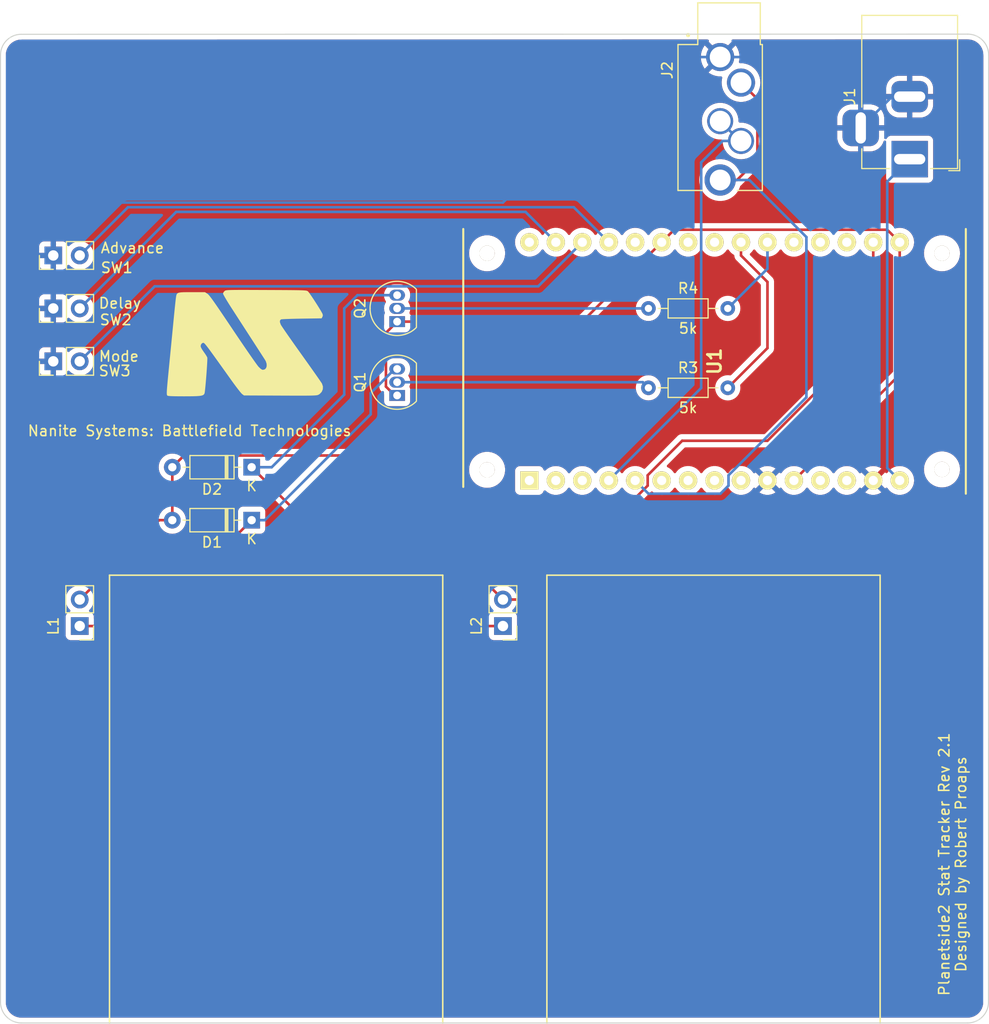
<source format=kicad_pcb>
(kicad_pcb (version 20211014) (generator pcbnew)

  (general
    (thickness 1.6)
  )

  (paper "A4")
  (layers
    (0 "F.Cu" signal)
    (31 "B.Cu" signal)
    (32 "B.Adhes" user "B.Adhesive")
    (33 "F.Adhes" user "F.Adhesive")
    (34 "B.Paste" user)
    (35 "F.Paste" user)
    (36 "B.SilkS" user "B.Silkscreen")
    (37 "F.SilkS" user "F.Silkscreen")
    (38 "B.Mask" user)
    (39 "F.Mask" user)
    (40 "Dwgs.User" user "User.Drawings")
    (41 "Cmts.User" user "User.Comments")
    (42 "Eco1.User" user "User.Eco1")
    (43 "Eco2.User" user "User.Eco2")
    (44 "Edge.Cuts" user)
    (45 "Margin" user)
    (46 "B.CrtYd" user "B.Courtyard")
    (47 "F.CrtYd" user "F.Courtyard")
    (48 "B.Fab" user)
    (49 "F.Fab" user)
    (50 "User.1" user)
    (51 "User.2" user)
    (52 "User.3" user)
    (53 "User.4" user)
    (54 "User.5" user)
    (55 "User.6" user)
    (56 "User.7" user)
    (57 "User.8" user)
    (58 "User.9" user)
  )

  (setup
    (pad_to_mask_clearance 0)
    (aux_axis_origin 99.06 127)
    (grid_origin 180.28 30.02)
    (pcbplotparams
      (layerselection 0x00010fc_ffffffff)
      (disableapertmacros false)
      (usegerberextensions false)
      (usegerberattributes true)
      (usegerberadvancedattributes true)
      (creategerberjobfile true)
      (svguseinch false)
      (svgprecision 6)
      (excludeedgelayer true)
      (plotframeref false)
      (viasonmask false)
      (mode 1)
      (useauxorigin false)
      (hpglpennumber 1)
      (hpglpenspeed 20)
      (hpglpendiameter 15.000000)
      (dxfpolygonmode true)
      (dxfimperialunits true)
      (dxfusepcbnewfont true)
      (psnegative false)
      (psa4output false)
      (plotreference true)
      (plotvalue true)
      (plotinvisibletext false)
      (sketchpadsonfab false)
      (subtractmaskfromsilk false)
      (outputformat 1)
      (mirror false)
      (drillshape 0)
      (scaleselection 1)
      (outputdirectory "../PCB/")
    )
  )

  (net 0 "")
  (net 1 "Net-(D1-Pad1)")
  (net 2 "Net-(D1-Pad2)")
  (net 3 "Net-(D2-Pad1)")
  (net 4 "Net-(J1-Pad1)")
  (net 5 "Net-(J1-Pad2)")
  (net 6 "Net-(J2-Pad2)")
  (net 7 "Net-(J2-Pad3)")
  (net 8 "Net-(Q1-Pad1)")
  (net 9 "Net-(Q1-Pad2)")
  (net 10 "Net-(Q2-Pad2)")
  (net 11 "Net-(R3-Pad2)")
  (net 12 "Net-(R4-Pad2)")
  (net 13 "Net-(SW1-Pad2)")
  (net 14 "Net-(SW2-Pad2)")
  (net 15 "Net-(SW3-Pad2)")
  (net 16 "unconnected-(U1-Pad30)")
  (net 17 "unconnected-(U1-Pad26)")
  (net 18 "unconnected-(U1-Pad24)")
  (net 19 "unconnected-(U1-Pad23)")
  (net 20 "unconnected-(U1-Pad20)")
  (net 21 "unconnected-(U1-Pad19)")
  (net 22 "unconnected-(U1-Pad18)")
  (net 23 "unconnected-(U1-Pad13)")
  (net 24 "unconnected-(U1-Pad12)")
  (net 25 "unconnected-(U1-Pad9)")
  (net 26 "unconnected-(U1-Pad8)")
  (net 27 "unconnected-(U1-Pad7)")
  (net 28 "unconnected-(U1-Pad6)")
  (net 29 "unconnected-(U1-Pad3)")
  (net 30 "unconnected-(U1-Pad2)")
  (net 31 "unconnected-(U1-Pad1)")

  (footprint "Resistor_THT:R_Axial_DIN0204_L3.6mm_D1.6mm_P7.62mm_Horizontal" (layer "F.Cu") (at 161.23 55.42))

  (footprint "Diode_THT:D_DO-35_SOD27_P7.62mm_Horizontal" (layer "F.Cu") (at 123.13 75.74 180))

  (footprint "Package_TO_SOT_THT:TO-92_Inline" (layer "F.Cu") (at 137.1 63.77 90))

  (footprint "NodeMCU_Devkit:113990105" (layer "F.Cu") (at 149.8 71.93 90))

  (footprint "LOGO" (layer "F.Cu") (at 122.48 58.72))

  (footprint "35RAPC4BV4:SWITCHCRAFT_35RAPC4BV4" (layer "F.Cu") (at 168.12 35.1 -90))

  (footprint "Connector_PinHeader_2.54mm:PinHeader_1x02_P2.54mm_Vertical" (layer "F.Cu") (at 104.08 60.5 90))

  (footprint "Diode_THT:D_DO-35_SOD27_P7.62mm_Horizontal" (layer "F.Cu") (at 123.13 70.66 180))

  (footprint "Connector_PinHeader_2.54mm:PinHeader_1x02_P2.54mm_Vertical" (layer "F.Cu") (at 106.62 85.9 180))

  (footprint "Connector_PinHeader_2.54mm:PinHeader_1x02_P2.54mm_Vertical" (layer "F.Cu") (at 147.26 85.9 180))

  (footprint "Package_TO_SOT_THT:TO-92_Inline" (layer "F.Cu") (at 137.1 56.69 90))

  (footprint "Connector_PinHeader_2.54mm:PinHeader_1x02_P2.54mm_Vertical" (layer "F.Cu") (at 104.08 50.34 90))

  (footprint "Connector_BarrelJack:BarrelJack_Horizontal" (layer "F.Cu") (at 186.3175 41.1 -90))

  (footprint "Connector_PinHeader_2.54mm:PinHeader_1x02_P2.54mm_Vertical" (layer "F.Cu") (at 104.08 55.42 90))

  (footprint "Resistor_THT:R_Axial_DIN0204_L3.6mm_D1.6mm_P7.62mm_Horizontal" (layer "F.Cu") (at 161.23 63.04))

  (gr_line (start 183.48 124.02) (end 183.48 81.02) (layer "F.SilkS") (width 0.15) (tstamp 22988e99-1843-4537-99e4-dc0025ed9417))
  (gr_line (start 141.48 81.02) (end 109.48 81.02) (layer "F.SilkS") (width 0.15) (tstamp 23d9ef17-81f5-4071-8cac-861236d2bb0e))
  (gr_line (start 151.48 81.02) (end 183.48 81.02) (layer "F.SilkS") (width 0.15) (tstamp 271122c8-da8c-4d16-8342-fd582649eb52))
  (gr_line (start 151.48 124.02) (end 151.48 81.02) (layer "F.SilkS") (width 0.15) (tstamp 356be10f-39de-4ae6-8635-99947e59db3f))
  (gr_line (start 109.48 81.02) (end 109.48 124.02) (layer "F.SilkS") (width 0.15) (tstamp d9a9589a-9996-4f22-8204-954a420ee2ed))
  (gr_line (start 141.48 124.02) (end 141.48 81.02) (layer "F.SilkS") (width 0.15) (tstamp da815bda-541b-4575-acc7-b4e49a6cca8b))
  (gr_line (start 142.18 121.46) (end 142.68 120.82) (layer "Cmts.User") (width 0.15) (tstamp 001e2ab6-998e-46c3-b909-18e1a6eca211))
  (gr_line (start 142.18 121.46) (end 147.26 121.46) (layer "Cmts.User") (width 0.15) (tstamp 00614f02-5f74-445d-b8a3-482b8dcb3aea))
  (gr_line (start 147.26 121.46) (end 142.18 121.46) (layer "Cmts.User") (width 0.15) (tstamp 2b5ef57e-9829-4c8c-a772-0c450fa178e8))
  (gr_line (start 149.8 121.46) (end 149.18 120.82) (layer "Cmts.User") (width 0.15) (tstamp 5a8f98be-3861-4e9a-bd06-b6217ad585d8))
  (gr_line (start 142.18 121.46) (end 142.68 122.12) (layer "Cmts.User") (width 0.15) (tstamp bea25862-abba-489f-bceb-f737bbb678c5))
  (gr_line (start 149.8 121.46) (end 149.18 122.22) (layer "Cmts.User") (width 0.15) (tstamp d4271cdf-2b7a-4efd-8fa1-f506ca5d8e3f))
  (gr_line (start 147.26 121.46) (end 149.8 121.46) (layer "Cmts.User") (width 0.15) (tstamp f35f3ca6-627a-459d-ac6f-93bc55931ba4))
  (gr_line (start 101.014214 123.985786) (end 191.885786 123.985786) (layer "Edge.Cuts") (width 0.1) (tstamp 32f31481-fc7c-44db-ae05-aad9a5e4eafb))
  (gr_line (start 191.9 29.1) (end 101.014214 29.114214) (layer "Edge.Cuts") (width 0.1) (tstamp 50bca04e-d5c2-49fa-8698-db8215f57d63))
  (gr_arc (start 99.014214 31.114214) (mid 99.6 29.7) (end 101.014214 29.114214) (layer "Edge.Cuts") (width 0.1) (tstamp 7c0701a8-cfb4-40b6-bb12-3b66fc6cdb8e))
  (gr_arc (start 191.9 29.1) (mid 193.314214 29.685786) (end 193.9 31.1) (layer "Edge.Cuts") (width 0.1) (tstamp c5589e00-c5c2-41d9-9e03-38c429652768))
  (gr_arc (start 101.014214 123.985786) (mid 99.6 123.4) (end 99.014214 121.985786) (layer "Edge.Cuts") (width 0.1) (tstamp d0e7aaf5-23d1-4dda-a8fb-ece70e44353d))
  (gr_arc (start 193.885786 121.985786) (mid 193.3 123.4) (end 191.885786 123.985786) (layer "Edge.Cuts") (width 0.1) (tstamp d71a26d4-8a5a-4630-95df-06d033df7b0e))
  (gr_line (start 99.014214 31.114214) (end 99.014214 121.985786) (layer "Edge.Cuts") (width 0.1) (tstamp dda74465-ccf5-4a93-8ab5-9728345ee101))
  (gr_line (start 193.885786 121.985786) (end 193.9 31.1) (layer "Edge.Cuts") (width 0.1) (tstamp fd3d32ea-7b59-4f90-a4b6-5a539fdbb717))
  (gr_text "Planetside2 Stat Tracker Rev 2.1\nDesigned by Robert Proaps" (at 190.44 108.76 90) (layer "F.SilkS") (tstamp 9a763d4e-0092-49de-b746-f3376e2d4e85)
    (effects (font (size 1 1) (thickness 0.15)))
  )
  (gr_text "Nanite Systems: Battlefield Technologies" (at 117.166781 67.170989) (layer "F.SilkS") (tstamp f213521d-b2e2-406b-bf17-58266d71c22d)
    (effects (font (size 1 1) (thickness 0.15)))
  )
  (gr_text "10mm" (at 146.48 119.92) (layer "Cmts.User") (tstamp 5b3893c6-e4cc-4fa9-be23-63d62d12d2ee)
    (effects (font (size 1 1) (thickness 0.15)))
  )

  (segment (start 112.97 85.9) (end 123.13 75.74) (width 0.25) (layer "F.Cu") (net 1) (tstamp 7a5ebb3a-fcb1-482c-b3bc-263663713d24))
  (segment (start 106.62 85.9) (end 112.97 85.9) (width 0.25) (layer "F.Cu") (net 1) (tstamp a06002b2-d04b-4754-8847-7e3f5474aa5a))
  (segment (start 136.875 61.23) (end 137.1 61.23) (width 0.25) (layer "B.Cu") (net 1) (tstamp 00188b30-3a6e-4dd2-96d1-5bcf95645291))
  (segment (start 134.56 63.545) (end 136.875 61.23) (width 0.25) (layer "B.Cu") (net 1) (tstamp 62a57fe0-1c65-4831-bfe8-d08c8277a86d))
  (segment (start 134.56 65.58) (end 134.56 63.545) (width 0.25) (layer "B.Cu") (net 1) (tstamp acb2d91a-aabe-40cd-a42a-332311ef3035))
  (segment (start 124.4 75.74) (end 134.56 65.58) (width 0.25) (layer "B.Cu") (net 1) (tstamp b7983e34-f4c0-408a-8703-d3e54b44e11e))
  (segment (start 123.13 75.74) (end 124.4 75.74) (width 0.25) (layer "B.Cu") (net 1) (tstamp c45968ba-7b08-43a8-ac4d-bfdbf8766dd2))
  (segment (start 147.26 83.36) (end 150.226366 83.36) (width 0.25) (layer "F.Cu") (net 2) (tstamp 17968ae2-d763-4d40-8845-1b6d6c2056c3))
  (segment (start 161.159511 72.426855) (end 161.159511 71.433145) (width 0.25) (layer "F.Cu") (net 2) (tstamp 1e720a17-55f1-465e-abdd-be29c39b4763))
  (segment (start 133.435489 69.535489) (end 116.634511 69.535489) (width 0.25) (layer "F.Cu") (net 2) (tstamp 22c72bb8-d1c8-46ab-987a-b3e3681b709b))
  (segment (start 161.159511 71.433145) (end 164.472656 68.12) (width 0.25) (layer "F.Cu") (net 2) (tstamp 2b7ee2a9-a2a0-4c4d-9172-98082ff002e9))
  (segment (start 115.51 75.74) (end 115.51 70.66) (width 0.25) (layer "F.Cu") (net 2) (tstamp 3ebfe803-7d95-4bc2-ba12-e505c5a96fc3))
  (segment (start 172.66 68.12) (end 182.82 57.96) (width 0.25) (layer "F.Cu") (net 2) (tstamp 563690b9-b843-486b-a909-76ad8cbcbc67))
  (segment (start 164.472656 68.12) (end 172.66 68.12) (width 0.25) (layer "F.Cu") (net 2) (tstamp 702efcfd-0ceb-4295-ab81-add82de21bd6))
  (segment (start 114.24 75.74) (end 115.51 75.74) (width 0.25) (layer "F.Cu") (net 2) (tstamp 80e5367d-64cf-4515-b50b-fe745df0c5aa))
  (segment (start 116.634511 69.535489) (end 115.51 70.66) (width 0.25) (layer "F.Cu") (net 2) (tstamp 981d9cb6-3688-40a5-a9ba-ee26483499c1))
  (segment (start 182.82 57.96) (end 182.82 49.07) (width 0.25) (layer "F.Cu") (net 2) (tstamp b87b6f46-7e54-4349-88d2-67abaae7489e))
  (segment (start 106.62 83.36) (end 114.24 75.74) (width 0.25) (layer "F.Cu") (net 2) (tstamp c21f3d72-3b3b-4373-81e8-926ae287a0ec))
  (segment (start 147.26 83.36) (end 133.435489 69.535489) (width 0.25) (layer "F.Cu") (net 2) (tstamp e5445343-d6ed-4cf2-9b47-08f18593b255))
  (segment (start 150.226366 83.36) (end 161.159511 72.426855) (width 0.25) (layer "F.Cu") (net 2) (tstamp f0cfddb9-c11a-4890-8786-bf3a13aa2e3f))
  (segment (start 147.26 85.9) (end 138.37 85.9) (width 0.25) (layer "F.Cu") (net 3) (tstamp 5d56fe0b-f2e9-43eb-b9f1-16277af95cf2))
  (segment (start 138.37 85.9) (end 123.13 70.66) (width 0.25) (layer "F.Cu") (net 3) (tstamp 8ba96c1f-6462-4ae3-bc59-a951f9b1ba95))
  (segment (start 132.02 63.694022) (end 132.02 55.42) (width 0.25) (layer "B.Cu") (net 3) (tstamp 01e1decf-f512-4aae-a319-f12a30500108))
  (segment (start 123.13 70.66) (end 125.054022 70.66) (width 0.25) (layer "B.Cu") (net 3) (tstamp 31013c4b-4965-497e-bf26-284240e23d58))
  (segment (start 132.02 55.42) (end 133.29 54.15) (width 0.25) (layer "B.Cu") (net 3) (tstamp 62d2459f-a799-4146-a05d-d360668fe80e))
  (segment (start 133.29 54.15) (end 137.1 54.15) (width 0.25) (layer "B.Cu") (net 3) (tstamp ce9087ae-d93f-4cdd-91b4-80dcaa05eb59))
  (segment (start 125.054022 70.66) (end 132.02 63.694022) (width 0.25) (layer "B.Cu") (net 3) (tstamp fcbbb94c-7551-450b-abab-70dc03ac6af7))
  (segment (start 184.160489 70.730489) (end 185.36 71.93) (width 0.25) (layer "B.Cu") (net 4) (tstamp 053e1cd4-66c0-447a-8e34-8331e4896372))
  (segment (start 186.3175 41.1) (end 184.160489 43.257011) (width 0.25) (layer "B.Cu") (net 4) (tstamp b477fb30-686a-4cd6-994f-481dc8ae4f8e))
  (segment (start 184.160489 43.257011) (end 184.160489 70.730489) (width 0.25) (layer "B.Cu") (net 4) (tstamp d65f1194-e751-4990-ae9f-4ebcbb533087))
  (segment (start 104.08 60.5) (end 104.08 55.42) (width 0.25) (layer "F.Cu") (net 5) (tstamp 44a093f7-e1f9-4b4b-a7e4-bc7c2bb04ce0))
  (segment (start 104.08 55.42) (end 104.08 50.34) (width 0.25) (layer "F.Cu") (net 5) (tstamp 5a9579fe-9d03-4a30-8059-20bc2ac34b9c))
  (segment (start 179.02 31.3) (end 181.6175 33.8975) (width 0.25) (layer "B.Cu") (net 5) (tstamp 0e4339b0-216e-4eb6-9a25-fc99c1ccb240))
  (segment (start 104.08 47.8) (end 104.08 50.34) (width 0.25) (layer "B.Cu") (net 5) (tstamp 1550eec9-61b8-4a78-9169-ce138015a6a4))
  (segment (start 182.82 35.1) (end 186.3175 35.1) (width 0.25) (layer "B.Cu") (net 5) (tstamp 15e6ad15-8a9f-4328-bf5b-f86664ff6508))
  (segment (start 186.3175 33.5175) (end 186.3175 35.1) (width 0.25) (layer "B.Cu") (net 5) (tstamp 3acf508f-d842-4ec1-9ec8-31866c73a252))
  (segment (start 106.62 45.26) (end 104.08 47.8) (width 0.25) (layer "B.Cu") (net 5) (tstamp 3b6c0748-74f2-434d-9dab-9cb69878bbfb))
  (segment (start 147.26 45.26) (end 106.62 45.26) (width 0.25) (layer "B.Cu") (net 5) (tstamp 5bdd5001-6963-4df7-adb7-2ce61373b008))
  (segment (start 181.6175 33.8975) (end 182.82 35.1) (width 0.25) (layer "B.Cu") (net 5) (tstamp 7029624a-6998-4e3e-8f4f-4580561a9c3c))
  (segment (start 161.22 31.3) (end 147.26 45.26) (width 0.25) (layer "B.Cu") (net 5) (tstamp 7e6f1c93-04e3-4772-90bf-62a93cb7a441))
  (segment (start 186.3175 35.1) (end 184.6175 35.1) (width 0.25) (layer "B.Cu") (net 5) (tstamp 9553db00-ae7d-42ec-bb8b-558708c50a2a))
  (segment (start 168.12 31.3) (end 179.02 31.3) (width 0.25) (layer "B.Cu") (net 5) (tstamp b7d00eb3-d7fd-4b05-8ef2-e1687c45014e))
  (segment (start 181.6175 33.8975) (end 181.6175 38.1) (width 0.25) (layer "B.Cu") (net 5) (tstamp bebf4fcb-3ce2-4caf-a599-84bdbb03adb1))
  (segment (start 184.6175 35.1) (end 181.6175 38.1) (width 0.25) (layer "B.Cu") (net 5) (tstamp e5426444-0694-4aae-97eb-3a49e3718dcd))
  (segment (start 168.12 31.3) (end 161.22 31.3) (width 0.25) (layer "B.Cu") (net 5) (tstamp f23bb9e1-5e05-4bbf-b127-ffe25089156d))
  (segment (start 169.74 43.1) (end 168.12 43.1) (width 0.25) (layer "F.Cu") (net 6) (tstamp 0a4155ad-0460-4aee-8e42-7a3b7b0d4dc5))
  (segment (start 171.694511 41.145489) (end 169.74 43.1) (width 0.25) (layer "F.Cu") (net 6) (tstamp 1dae53b3-dac4-44f9-bd0e-c8caabe3abc3))
  (segment (start 171.694511 35.324511) (end 171.694511 41.145489) (width 0.25) (layer "F.Cu") (net 6) (tstamp 7e7e5f13-3b8a-4bc3-b35a-16508473780e))
  (segment (start 170.12 33.75) (end 171.694511 35.324511) (width 0.25) (layer "F.Cu") (net 6) (tstamp ef614b06-e4a2-4bdb-8178-66461018f6e6))
  (segment (start 168.147344 73.2) (end 161.23 73.2) (width 0.25) (layer "B.Cu") (net 6) (tstamp 3bb9e01c-f1ba-4b57-bc76-f33d89569859))
  (segment (start 176.399511 63.954123) (end 168.920489 71.433145) (width 0.25) (layer "B.Cu") (net 6) (tstamp 432a66af-bb76-45ad-96ac-e447dbb5882c))
  (segment (start 168.920489 71.433145) (end 168.920489 72.426855) (width 0.25) (layer "B.Cu") (net 6) (tstamp 5e7f1f82-1644-4b58-94c9-bed003651ffa))
  (segment (start 168.920489 72.426855) (end 168.147344 73.2) (width 0.25) (layer "B.Cu") (net 6) (tstamp 744dd92a-5aa4-4c89-8688-a68d28d6329f))
  (segment (start 176.399511 48.573145) (end 176.399511 63.954123) (width 0.25) (layer "B.Cu") (net 6) (tstamp 87ee448d-a073-4674-a30f-548f19609166))
  (segment (start 168.12 43.1) (end 170.926366 43.1) (width 0.25) (layer "B.Cu") (net 6) (tstamp 9062dea2-9627-4c61-b6ee-4d9bd1dc973a))
  (segment (start 170.926366 43.1) (end 176.399511 48.573145) (width 0.25) (layer "B.Cu") (net 6) (tstamp d2f3e920-dc1c-475e-b6a9-9542499b1a92))
  (segment (start 161.23 73.2) (end 159.96 71.93) (width 0.25) (layer "B.Cu") (net 6) (tstamp de9229cf-f876-41d7-a644-94184c3f90d4))
  (segment (start 166.295489 41.406745) (end 166.295489 63.054511) (width 0.25) (layer "B.Cu") (net 7) (tstamp 0c4e795d-81ef-40e6-9113-2d59145a1bcb))
  (segment (start 166.295489 63.054511) (end 157.42 71.93) (width 0.25) (layer "B.Cu") (net 7) (tstamp 43d0dacf-812a-40f6-90e1-0fcae7e00427))
  (segment (start 168.12 37.45) (end 170.02 39.35) (width 0.25) (layer "B.Cu") (net 7) (tstamp 61b2fc64-9f20-4d1a-a956-f4cd431249c7))
  (segment (start 170.02 39.35) (end 170.12 39.35) (width 0.25) (layer "B.Cu") (net 7) (tstamp 6f332452-3c19-4c5b-a3e2-1cef899d98ce))
  (segment (start 168.352234 39.35) (end 166.295489 41.406745) (width 0.25) (layer "B.Cu") (net 7) (tstamp f5541830-ea8e-4c69-bcdb-ae388d91e8b4))
  (segment (start 170.12 39.35) (end 168.352234 39.35) (width 0.25) (layer "B.Cu") (net 7) (tstamp fe77b70b-a98d-432a-aee9-8459b913e691))
  (segment (start 154.88 56.69) (end 162.5 49.07) (width 0.25) (layer "F.Cu") (net 8) (tstamp 1aa899c5-2bab-4e6f-a920-020c71a42e6d))
  (segment (start 136.02548 62.92048) (end 136.875 63.77) (width 0.25) (layer "F.Cu") (net 8) (tstamp 227cfc88-6964-46a8-93ba-8181d9992999))
  (segment (start 185.36 49.07) (end 185.36 61.77) (width 0.25) (layer "F.Cu") (net 8) (tstamp 42b1ce38-01e5-4a05-a2b2-9638bd4536fb))
  (segment (start 185.36 61.77) (end 175.2 71.93) (width 0.25) (layer "F.Cu") (net 8) (tstamp 44e9ddb2-6b77-4829-97ba-686dae97838d))
  (segment (start 163.699511 47.870489) (end 184.160489 47.870489) (width 0.25) (layer "F.Cu") (net 8) (tstamp 63397d16-f69e-4b06-b14a-5c824201ea7b))
  (segment (start 137.1 56.69) (end 136.02548 57.76452) (width 0.25) (layer "F.Cu") (net 8) (tstamp 9f9a9934-409e-49d0-805f-d615f3cb7f9b))
  (segment (start 137.1 56.69) (end 154.88 56.69) (width 0.25) (layer "F.Cu") (net 8) (tstamp be47137d-1558-4389-bb3a-2a39ee6e9fb9))
  (segment (start 184.160489 47.870489) (end 185.36 49.07) (width 0.25) (layer "F.Cu") (net 8) (tstamp c36a760f-c84f-4885-a9c7-50d7c7b36572))
  (segment (start 136.875 63.77) (end 137.1 63.77) (width 0.25) (layer "F.Cu") (net 8) (tstamp ce57b3be-f6f6-4659-9363-490f72d1c66d))
  (segment (start 136.02548 57.76452) (end 136.02548 62.92048) (width 0.25) (layer "F.Cu") (net 8) (tstamp dc93f764-8aaa-4ae6-a74d-9df566183455))
  (segment (start 162.5 49.07) (end 163.699511 47.870489) (width 0.25) (layer "F.Cu") (net 8) (tstamp ea5f7da4-8129-4722-8102-1c766c439769))
  (segment (start 137.1 62.5) (end 160.69 62.5) (width 0.25) (layer "B.Cu") (net 9) (tstamp bd98896a-8f0d-4bb3-919f-b38bea9e04d3))
  (segment (start 160.69 62.5) (end 161.23 63.04) (width 0.25) (layer "B.Cu") (net 9) (tstamp f767d8bc-7230-4392-b367-e0da1f7f7b31))
  (segment (start 137.1 55.42) (end 161.23 55.42) (width 0.25) (layer "B.Cu") (net 10) (tstamp 0dbe29b3-7a90-4f5d-af42-468b6ab3a4eb))
  (segment (start 172.66 52.88) (end 170.12 50.34) (width 0.25) (layer "F.Cu") (net 11) (tstamp 367daca3-a51f-46b2-bf1c-390905c9b445))
  (segment (start 170.12 50.34) (end 170.12 49.07) (width 0.25) (layer "F.Cu") (net 11) (tstamp bf74ed12-da55-4333-b1e8-8afbd3dbcd7b))
  (segment (start 172.66 59.23) (end 172.66 52.88) (width 0.25) (layer "F.Cu") (net 11) (tstamp f86a87d1-d44b-4c9a-9633-51b297a18f48))
  (segment (start 168.85 63.04) (end 172.66 59.23) (width 0.25) (layer "F.Cu") (net 11) (tstamp fb149248-67fa-4d43-86f5-f46311609c78))
  (segment (start 172.66 51.61) (end 172.66 49.07) (width 0.25) (layer "B.Cu") (net 12) (tstamp 1ef4348c-22c2-424e-a86e-5dcef25af815))
  (segment (start 168.85 55.42) (end 172.66 51.61) (width 0.25) (layer "B.Cu") (net 12) (tstamp 273b5896-ac62-4e61-bd14-4aa335291aaf))
  (segment (start 111.25048 45.70952) (end 154.05952 45.70952) (width 0.25) (layer "B.Cu") (net 13) (tstamp 43082647-2828-4326-b179-5564b3a99ec0))
  (segment (start 106.62 50.34) (end 111.25048 45.70952) (width 0.25) (layer "B.Cu") (net 13) (tstamp c632481f-0c06-47ec-9adf-9f64228d501c))
  (segment (start 154.05952 45.70952) (end 157.42 49.07) (width 0.25) (layer "B.Cu") (net 13) (tstamp ce736e65-66e4-4a77-a33d-4fcadf989038))
  (segment (start 106.62 55.42) (end 115.88096 46.15904) (width 0.25) (layer "B.Cu") (net 14) (tstamp 6dcf5309-f59d-4d1b-a15e-9165aead77fa))
  (segment (start 149.42904 46.15904) (end 152.34 49.07) (width 0.25) (layer "B.Cu") (net 14) (tstamp af6bb242-9ab2-487c-a2ad-325b40b7fe92))
  (segment (start 115.88096 46.15904) (end 149.42904 46.15904) (width 0.25) (layer "B.Cu") (net 14) (tstamp eb8dd993-5e26-48ef-89bd-e1ed9bb825f8))
  (segment (start 106.62 60.5) (end 113.81952 53.30048) (width 0.25) (layer "B.Cu") (net 15) (tstamp 912c0221-f944-46f6-ba12-3bff265e898a))
  (segment (start 113.81952 53.30048) (end 150.64952 53.30048) (width 0.25) (layer "B.Cu") (net 15) (tstamp bb76a8d3-a59a-4f90-bdad-8ec9853793e0))
  (segment (start 150.64952 53.30048) (end 154.88 49.07) (width 0.25) (layer "B.Cu") (net 15) (tstamp dbe957ab-1b72-48ad-8f59-27fc6ea1454f))

  (zone (net 5) (net_name "Net-(J1-Pad2)") (layer "F.Cu") (tstamp 1185faa6-7c88-44eb-9919-422720b6a85d) (hatch edge 0.508)
    (connect_pads (clearance 0.508))
    (min_thickness 0.254) (filled_areas_thickness no)
    (fill yes (thermal_gap 0.508) (thermal_bridge_width 0.508))
    (polygon
      (pts
        (xy 193.9 124)
        (xy 99 124)
        (xy 99 29.1)
        (xy 193.9 29.1)
      )
    )
    (filled_polygon
      (layer "F.Cu")
      (pts
        (xy 191.870065 29.610008)
        (xy 191.884848 29.612309)
        (xy 191.893724 29.613691)
        (xy 191.908981 29.611696)
        (xy 191.934302 29.610953)
        (xy 192.103285 29.623039)
        (xy 192.121064 29.625596)
        (xy 192.311392 29.666999)
        (xy 192.328641 29.672063)
        (xy 192.51115 29.740136)
        (xy 192.527502 29.747604)
        (xy 192.698458 29.840952)
        (xy 192.713582 29.850672)
        (xy 192.869514 29.967402)
        (xy 192.8831 29.979175)
        (xy 193.020825 30.1169)
        (xy 193.032598 30.130486)
        (xy 193.149328 30.286418)
        (xy 193.159048 30.301542)
        (xy 193.252396 30.472498)
        (xy 193.259864 30.48885)
        (xy 193.327937 30.671359)
        (xy 193.333001 30.688607)
        (xy 193.374404 30.878936)
        (xy 193.376961 30.896715)
        (xy 193.38854 31.058601)
        (xy 193.387793 31.076565)
        (xy 193.387692 31.084845)
        (xy 193.386309 31.093724)
        (xy 193.390431 31.12524)
        (xy 193.391494 31.141588)
        (xy 193.382718 87.2585)
        (xy 193.377294 121.936395)
        (xy 193.375795 121.955752)
        (xy 193.372095 121.979514)
        (xy 193.373933 121.993567)
        (xy 193.37409 121.994766)
        (xy 193.374833 122.020092)
        (xy 193.365338 122.152857)
        (xy 193.362749 122.18906)
        (xy 193.360191 122.206855)
        (xy 193.318787 122.39719)
        (xy 193.313722 122.414439)
        (xy 193.245654 122.596937)
        (xy 193.238186 122.61329)
        (xy 193.144839 122.784244)
        (xy 193.13512 122.799367)
        (xy 193.018386 122.955307)
        (xy 193.006612 122.968894)
        (xy 192.868894 123.106612)
        (xy 192.855307 123.118386)
        (xy 192.699367 123.23512)
        (xy 192.684244 123.244839)
        (xy 192.51329 123.338186)
        (xy 192.496937 123.345654)
        (xy 192.314439 123.413722)
        (xy 192.29719 123.418787)
        (xy 192.106855 123.460191)
        (xy 192.089061 123.462749)
        (xy 191.927186 123.474326)
        (xy 191.909227 123.473579)
        (xy 191.900942 123.473477)
        (xy 191.892066 123.472095)
        (xy 191.883163 123.473259)
        (xy 191.883156 123.473259)
        (xy 191.860496 123.476222)
        (xy 191.84416 123.477286)
        (xy 101.063577 123.477286)
        (xy 101.044192 123.475786)
        (xy 101.029359 123.473476)
        (xy 101.029355 123.473476)
        (xy 101.020486 123.472095)
        (xy 101.00523 123.47409)
        (xy 100.979908 123.474833)
        (xy 100.847143 123.465338)
        (xy 100.81094 123.462749)
        (xy 100.793145 123.460191)
        (xy 100.60281 123.418787)
        (xy 100.585561 123.413722)
        (xy 100.403063 123.345654)
        (xy 100.38671 123.338186)
        (xy 100.215756 123.244839)
        (xy 100.200633 123.23512)
        (xy 100.044693 123.118386)
        (xy 100.031106 123.106612)
        (xy 99.893388 122.968894)
        (xy 99.881614 122.955307)
        (xy 99.76488 122.799367)
        (xy 99.755161 122.784244)
        (xy 99.661814 122.61329)
        (xy 99.654346 122.596937)
        (xy 99.586278 122.414439)
        (xy 99.581213 122.39719)
        (xy 99.539809 122.206855)
        (xy 99.537251 122.189061)
        (xy 99.525674 122.02719)
        (xy 99.526421 122.009227)
        (xy 99.526523 122.000942)
        (xy 99.527905 121.992066)
        (xy 99.526741 121.983163)
        (xy 99.526741 121.983156)
        (xy 99.523778 121.960496)
        (xy 99.522714 121.94416)
        (xy 99.522714 83.326695)
        (xy 105.257251 83.326695)
        (xy 105.257548 83.331848)
        (xy 105.257548 83.331851)
        (xy 105.263011 83.42659)
        (xy 105.27011 83.549715)
        (xy 105.271247 83.554761)
        (xy 105.271248 83.554767)
        (xy 105.291119 83.642939)
        (xy 105.319222 83.767639)
        (xy 105.379014 83.91489)
        (xy 105.396662 83.958351)
        (xy 105.403266 83.974616)
        (xy 105.519987 84.165088)
        (xy 105.66625 84.333938)
        (xy 105.67023 84.337242)
        (xy 105.674981 84.341187)
        (xy 105.714616 84.40009)
        (xy 105.716113 84.471071)
        (xy 105.678997 84.531593)
        (xy 105.638724 84.556112)
        (xy 105.523295 84.599385)
        (xy 105.406739 84.686739)
        (xy 105.319385 84.803295)
        (xy 105.268255 84.939684)
        (xy 105.2615 85.001866)
        (xy 105.2615 86.798134)
        (xy 105.268255 86.860316)
        (xy 105.319385 86.996705)
        (xy 105.406739 87.113261)
        (xy 105.523295 87.200615)
        (xy 105.659684 87.251745)
        (xy 105.721866 87.2585)
        (xy 107.518134 87.2585)
        (xy 107.580316 87.251745)
        (xy 107.716705 87.200615)
        (xy 107.833261 87.113261)
        (xy 107.920615 86.996705)
        (xy 107.971745 86.860316)
        (xy 107.9785 86.798134)
        (xy 107.9785 86.6595)
        (xy 107.998502 86.591379)
        (xy 108.052158 86.544886)
        (xy 108.1045 86.5335)
        (xy 112.891233 86.5335)
        (xy 112.902416 86.534027)
        (xy 112.909909 86.535702)
        (xy 112.917835 86.535453)
        (xy 112.917836 86.535453)
        (xy 112.977986 86.533562)
        (xy 112.981945 86.5335)
        (xy 113.009856 86.5335)
        (xy 113.013791 86.533003)
        (xy 113.013856 86.532995)
        (xy 113.025693 86.532062)
        (xy 113.057951 86.531048)
        (xy 113.06197 86.530922)
        (xy 113.069889 86.530673)
        (xy 113.089343 86.525021)
        (xy 113.1087 86.521013)
        (xy 113.12093 86.519468)
        (xy 113.120931 86.519468)
        (xy 113.128797 86.518474)
        (xy 113.136168 86.515555)
        (xy 113.13617 86.515555)
        (xy 113.169912 86.502196)
        (xy 113.181142 86.498351)
        (xy 113.215983 86.488229)
        (xy 113.215984 86.488229)
        (xy 113.223593 86.486018)
        (xy 113.230412 86.481985)
        (xy 113.230417 86.481983)
        (xy 113.241028 86.475707)
        (xy 113.258776 86.467012)
        (xy 113.277617 86.459552)
        (xy 113.313387 86.433564)
        (xy 113.323307 86.427048)
        (xy 113.354535 86.40858)
        (xy 113.354538 86.408578)
        (xy 113.361362 86.404542)
        (xy 113.375683 86.390221)
        (xy 113.390717 86.37738)
        (xy 113.392431 86.376135)
        (xy 113.407107 86.365472)
        (xy 113.435298 86.331395)
        (xy 113.443288 86.322616)
        (xy 122.6805 77.085405)
        (xy 122.742812 77.051379)
        (xy 122.769595 77.0485)
        (xy 123.978134 77.0485)
        (xy 124.040316 77.041745)
        (xy 124.176705 76.990615)
        (xy 124.293261 76.903261)
        (xy 124.380615 76.786705)
        (xy 124.431745 76.650316)
        (xy 124.4385 76.588134)
        (xy 124.4385 74.891866)
        (xy 124.431745 74.829684)
        (xy 124.380615 74.693295)
        (xy 124.293261 74.576739)
        (xy 124.176705 74.489385)
        (xy 124.040316 74.438255)
        (xy 123.978134 74.4315)
        (xy 122.281866 74.4315)
        (xy 122.219684 74.438255)
        (xy 122.083295 74.489385)
        (xy 121.966739 74.576739)
        (xy 121.879385 74.693295)
        (xy 121.828255 74.829684)
        (xy 121.8215 74.891866)
        (xy 121.8215 76.100406)
        (xy 121.801498 76.168527)
        (xy 121.784595 76.189501)
        (xy 112.7445 85.229595)
        (xy 112.682188 85.263621)
        (xy 112.655405 85.2665)
        (xy 108.1045 85.2665)
        (xy 108.036379 85.246498)
        (xy 107.989886 85.192842)
        (xy 107.9785 85.1405)
        (xy 107.9785 85.001866)
        (xy 107.971745 84.939684)
        (xy 107.920615 84.803295)
        (xy 107.833261 84.686739)
        (xy 107.716705 84.599385)
        (xy 107.704132 84.594672)
        (xy 107.598203 84.55496)
        (xy 107.541439 84.512318)
        (xy 107.516739 84.445756)
        (xy 107.531947 84.376408)
        (xy 107.553493 84.347727)
        (xy 107.654435 84.247137)
        (xy 107.658096 84.243489)
        (xy 107.717594 84.160689)
        (xy 107.785435 84.066277)
        (xy 107.788453 84.062077)
        (xy 107.792145 84.054608)
        (xy 107.885136 83.866453)
        (xy 107.885137 83.866451)
        (xy 107.88743 83.861811)
        (xy 107.95237 83.648069)
        (xy 107.981529 83.42659)
        (xy 107.983156 83.36)
        (xy 107.964852 83.137361)
        (xy 107.936821 83.025765)
        (xy 107.939625 82.954823)
        (xy 107.96993 82.905974)
        (xy 114.310231 76.565673)
        (xy 114.372543 76.531647)
        (xy 114.443358 76.536712)
        (xy 114.495427 76.576987)
        (xy 114.497108 76.575576)
        (xy 114.500643 76.579789)
        (xy 114.503802 76.5843)
        (xy 114.6657 76.746198)
        (xy 114.670208 76.749355)
        (xy 114.670211 76.749357)
        (xy 114.711542 76.778297)
        (xy 114.853251 76.877523)
        (xy 114.858233 76.879846)
        (xy 114.858238 76.879849)
        (xy 115.055775 76.971961)
        (xy 115.060757 76.974284)
        (xy 115.066065 76.975706)
        (xy 115.066067 76.975707)
        (xy 115.276598 77.032119)
        (xy 115.2766 77.032119)
        (xy 115.281913 77.033543)
        (xy 115.51 77.053498)
        (xy 115.738087 77.033543)
        (xy 115.7434 77.032119)
        (xy 115.743402 77.032119)
        (xy 115.953933 76.975707)
        (xy 115.953935 76.975706)
        (xy 115.959243 76.974284)
        (xy 115.964225 76.971961)
        (xy 116.161762 76.879849)
        (xy 116.161767 76.879846)
        (xy 116.166749 76.877523)
        (xy 116.308458 76.778297)
        (xy 116.349789 76.749357)
        (xy 116.349792 76.749355)
        (xy 116.3543 76.746198)
        (xy 116.516198 76.5843)
        (xy 116.647523 76.396749)
        (xy 116.649846 76.391767)
        (xy 116.649849 76.391762)
        (xy 116.741961 76.194225)
        (xy 116.741961 76.194224)
        (xy 116.744284 76.189243)
        (xy 116.803543 75.968087)
        (xy 116.823498 75.74)
        (xy 116.803543 75.511913)
        (xy 116.744284 75.290757)
        (xy 116.734544 75.26987)
        (xy 116.649849 75.088238)
        (xy 116.649846 75.088233)
        (xy 116.647523 75.083251)
        (xy 116.516198 74.8957)
        (xy 116.3543 74.733802)
        (xy 116.349792 74.730645)
        (xy 116.349789 74.730643)
        (xy 116.197229 74.623819)
        (xy 116.152901 74.568362)
        (xy 116.1435 74.520606)
        (xy 116.1435 71.879394)
        (xy 116.163502 71.811273)
        (xy 116.197229 71.776181)
        (xy 116.349789 71.669357)
        (xy 116.349792 71.669355)
        (xy 116.3543 71.666198)
        (xy 116.516198 71.5043)
        (xy 116.647523 71.316749)
        (xy 116.649846 71.311767)
        (xy 116.649849 71.311762)
        (xy 116.741961 71.114225)
        (xy 116.741961 71.114224)
        (xy 116.744284 71.109243)
        (xy 116.757311 71.060628)
        (xy 116.802119 70.893402)
        (xy 116.802119 70.8934)
        (xy 116.803543 70.888087)
        (xy 116.823498 70.66)
        (xy 116.803543 70.431913)
        (xy 116.802119 70.426598)
        (xy 116.802118 70.426591)
        (xy 116.786541 70.368459)
        (xy 116.78823 70.297483)
        (xy 116.819152 70.246752)
        (xy 116.86001 70.205894)
        (xy 116.922322 70.171868)
        (xy 116.949105 70.168989)
        (xy 121.6955 70.168989)
        (xy 121.763621 70.188991)
        (xy 121.810114 70.242647)
        (xy 121.8215 70.294989)
        (xy 121.8215 71.508134)
        (xy 121.828255 71.570316)
        (xy 121.879385 71.706705)
        (xy 121.966739 71.823261)
        (xy 122.083295 71.910615)
        (xy 122.219684 71.961745)
        (xy 122.281866 71.9685)
        (xy 123.490406 71.9685)
        (xy 123.558527 71.988502)
        (xy 123.579501 72.005405)
        (xy 137.866343 86.292247)
        (xy 137.873887 86.300537)
        (xy 137.878 86.307018)
        (xy 137.883777 86.312443)
        (xy 137.927667 86.353658)
        (xy 137.930509 86.356413)
        (xy 137.950231 86.376135)
        (xy 137.953373 86.378572)
        (xy 137.953433 86.378619)
        (xy 137.962445 86.386317)
        (xy 137.975878 86.398931)
        (xy 137.994679 86.416586)
        (xy 138.001622 86.420403)
        (xy 138.012431 86.426345)
        (xy 138.028953 86.437198)
        (xy 138.044959 86.449614)
        (xy 138.052237 86.452764)
        (xy 138.052238 86.452764)
        (xy 138.085537 86.467174)
        (xy 138.096187 86.472391)
        (xy 138.13494 86.493695)
        (xy 138.142615 86.495666)
        (xy 138.142616 86.495666)
        (xy 138.154562 86.498733)
        (xy 138.173267 86.505137)
        (xy 138.191855 86.513181)
        (xy 138.199678 86.51442)
        (xy 138.199688 86.514423)
        (xy 138.235524 86.520099)
        (xy 138.247144 86.522505)
        (xy 138.278959 86.530673)
        (xy 138.28997 86.5335)
        (xy 138.310224 86.5335)
        (xy 138.329934 86.535051)
        (xy 138.349943 86.53822)
        (xy 138.357835 86.537474)
        (xy 138.37658 86.535702)
        (xy 138.393962 86.534059)
        (xy 138.405819 86.5335)
        (xy 145.7755 86.5335)
        (xy 145.843621 86.553502)
        (xy 145.890114 86.607158)
        (xy 145.9015 86.6595)
        (xy 145.9015 86.798134)
        (xy 145.908255 86.860316)
        (xy 145.959385 86.996705)
        (xy 146.046739 87.113261)
        (xy 146.163295 87.200615)
        (xy 146.299684 87.251745)
        (xy 146.361866 87.2585)
        (xy 148.158134 87.2585)
        (xy 148.220316 87.251745)
        (xy 148.356705 87.200615)
        (xy 148.473261 87.113261)
        (xy 148.560615 86.996705)
        (xy 148.611745 86.860316)
        (xy 148.6185 86.798134)
        (xy 148.6185 85.001866)
        (xy 148.611745 84.939684)
        (xy 148.560615 84.803295)
        (xy 148.473261 84.686739)
        (xy 148.356705 84.599385)
        (xy 148.344132 84.594672)
        (xy 148.238203 84.55496)
        (xy 148.181439 84.512318)
        (xy 148.156739 84.445756)
        (xy 148.171947 84.376408)
        (xy 148.193493 84.347727)
        (xy 148.294435 84.247137)
        (xy 148.298096 84.243489)
        (xy 148.357594 84.160689)
        (xy 148.425435 84.066277)
        (xy 148.428453 84.062077)
        (xy 148.430746 84.057437)
        (xy 148.432446 84.054608)
        (xy 148.484674 84.006518)
        (xy 148.540451 83.9935)
        (xy 150.147599 83.9935)
        (xy 150.158782 83.994027)
        (xy 150.166275 83.995702)
        (xy 150.174201 83.995453)
        (xy 150.174202 83.995453)
        (xy 150.234352 83.993562)
        (xy 150.238311 83.9935)
        (xy 150.266222 83.9935)
        (xy 150.270157 83.993003)
        (xy 150.270222 83.992995)
        (xy 150.282059 83.992062)
        (xy 150.314317 83.991048)
        (xy 150.318336 83.990922)
        (xy 150.326255 83.990673)
        (xy 150.345709 83.985021)
        (xy 150.365066 83.981013)
        (xy 150.377296 83.979468)
        (xy 150.377297 83.979468)
        (xy 150.385163 83.978474)
        (xy 150.392534 83.975555)
        (xy 150.392536 83.975555)
        (xy 150.426278 83.962196)
        (xy 150.437508 83.958351)
        (xy 150.472349 83.948229)
        (xy 150.47235 83.948229)
        (xy 150.479959 83.946018)
        (xy 150.486778 83.941985)
        (xy 150.486783 83.941983)
        (xy 150.497394 83.935707)
        (xy 150.515142 83.927012)
        (xy 150.533983 83.919552)
        (xy 150.569753 83.893564)
        (xy 150.579673 83.887048)
        (xy 150.610901 83.86858)
        (xy 150.610904 83.868578)
        (xy 150.617728 83.864542)
        (xy 150.632049 83.850221)
        (xy 150.647083 83.83738)
        (xy 150.65706 83.830131)
        (xy 150.663473 83.825472)
        (xy 150.691664 83.791395)
        (xy 150.699654 83.782616)
        (xy 161.464812 73.017459)
        (xy 161.527124 72.983433)
        (xy 161.597939 72.988498)
        (xy 161.634391 73.009609)
        (xy 161.648159 73.021039)
        (xy 161.703737 73.067181)
        (xy 161.708189 73.069783)
        (xy 161.708194 73.069786)
        (xy 161.876714 73.168261)
        (xy 161.90016 73.181962)
        (xy 162.112693 73.26312)
        (xy 162.117759 73.264151)
        (xy 162.11776 73.264151)
        (xy 162.216861 73.284313)
        (xy 162.335627 73.308476)
        (xy 162.462568 73.313131)
        (xy 162.557811 73.316624)
        (xy 162.557815 73.316624)
        (xy 162.562975 73.316813)
        (xy 162.568095 73.316157)
        (xy 162.568097 73.316157)
        (xy 162.783504 73.288563)
        (xy 162.783505 73.288563)
        (xy 162.788632 73.287906)
        (xy 162.793582 73.286421)
        (xy 163.001591 73.224015)
        (xy 163.001592 73.224014)
        (xy 163.006537 73.222531)
        (xy 163.210839 73.122444)
        (xy 163.215043 73.119446)
        (xy 163.215047 73.119443)
        (xy 163.391847 72.993333)
        (xy 163.391849 72.993331)
        (xy 163.396051 72.990334)
        (xy 163.557199 72.829747)
        (xy 163.668615 72.674696)
        (xy 163.724609 72.631048)
        (xy 163.795313 72.624602)
        (xy 163.858277 72.657405)
        (xy 163.87837 72.682388)
        (xy 163.917042 72.745496)
        (xy 163.917046 72.745501)
        (xy 163.919744 72.749904)
        (xy 164.068698 72.921861)
        (xy 164.243737 73.067181)
        (xy 164.248189 73.069783)
        (xy 164.248194 73.069786)
        (xy 164.416714 73.168261)
        (xy 164.44016 73.181962)
        (xy 164.652693 73.26312)
        (xy 164.657759 73.264151)
        (xy 164.65776 73.264151)
        (xy 164.756861 73.284313)
        (xy 164.875627 73.308476)
        (xy 165.002568 73.313131)
        (xy 165.097811 73.316624)
        (xy 165.097815 73.316624)
        (xy 165.102975 73.316813)
        (xy 165.108095 73.316157)
        (xy 165.108097 73.316157)
        (xy 165.323504 73.288563)
        (xy 165.323505 73.288563)
        (xy 165.328632 73.287906)
        (xy 165.333582 73.286421)
        (xy 165.541591 73.224015)
        (xy 165.541592 73.224014)
        (xy 165.546537 73.222531)
        (xy 165.750839 73.122444)
        (xy 165.755043 73.119446)
        (xy 165.755047 73.119443)
        (xy 165.931847 72.993333)
        (xy 165.931849 72.993331)
        (xy 165.936051 72.990334)
        (xy 166.097199 72.829747)
        (xy 166.208615 72.674696)
        (xy 166.264609 72.631048)
        (xy 166.335313 72.624602)
        (xy 166.398277 72.657405)
        (xy 166.41837 72.682388)
        (xy 166.457042 72.745496)
        (xy 166.457046 72.745501)
        (xy 166.459744 72.749904)
        (xy 166.608698 72.921861)
        (xy 166.783737 73.067181)
        (xy 166.788189 73.069783)
        (xy 166.788194 73.069786)
        (xy 166.956714 73.168261)
        (xy 166.98016 73.181962)
        (xy 167.192693 73.26312)
        (xy 167.197759 73.264151)
        (xy 167.19776 73.264151)
        (xy 167.296861 73.284313)
        (xy 167.415627 73.308476)
        (xy 167.542568 73.313131)
        (xy 167.637811 73.316624)
        (xy 167.637815 73.316624)
        (xy 167.642975 73.316813)
        (xy 167.648095 73.316157)
        (xy 167.648097 73.316157)
        (xy 167.863504 73.288563)
        (xy 167.863505 73.288563)
        (xy 167.868632 73.287906)
        (xy 167.873582 73.286421)
        (xy 168.081591 73.224015)
        (xy 168.081592 73.224014)
        (xy 168.086537 73.222531)
        (xy 168.290839 73.122444)
        (xy 168.295043 73.119446)
        (xy 168.295047 73.119443)
        (xy 168.471847 72.993333)
        (xy 168.471849 72.993331)
        (xy 168.476051 72.990334)
        (xy 168.637199 72.829747)
        (xy 168.748615 72.674696)
        (xy 168.804609 72.631048)
        (xy 168.875313 72.624602)
        (xy 168.938277 72.657405)
        (xy 168.95837 72.682388)
        (xy 168.997042 72.745496)
        (xy 168.997046 72.745501)
        (xy 168.999744 72.749904)
        (xy 169.148698 72.921861)
        (xy 169.323737 73.067181)
        (xy 169.328189 73.069783)
        (xy 169.328194 73.069786)
        (xy 169.496714 73.168261)
        (xy 169.52016 73.181962)
        (xy 169.732693 73.26312)
        (xy 169.737759 73.264151)
        (xy 169.73776 73.264151)
        (xy 169.836861 73.284313)
        (xy 169.955627 73.308476)
        (xy 170.082568 73.313131)
        (xy 170.177811 73.316624)
        (xy 170.177815 73.316624)
        (xy 170.182975 73.316813)
        (xy 170.188095 73.316157)
        (xy 170.188097 73.316157)
        (xy 170.403504 73.288563)
        (xy 170.403505 73.288563)
        (xy 170.408632 73.287906)
        (xy 170.413582 73.286421)
        (xy 170.621591 73.224015)
        (xy 170.621592 73.224014)
        (xy 170.626537 73.222531)
        (xy 170.830839 73.122444)
        (xy 170.835043 73.119446)
        (xy 170.835047 73.119443)
        (xy 170.899976 73.07313)
        (xy 171.8817 73.07313)
        (xy 171.886981 73.080184)
        (xy 172.055919 73.178904)
        (xy 172.065202 73.183351)
        (xy 172.268002 73.260793)
        (xy 172.2779 73.263669)
        (xy 172.490625 73.306948)
        (xy 172.500853 73.308167)
        (xy 172.717788 73.316122)
        (xy 172.728074 73.315655)
        (xy 172.9434 73.288072)
        (xy 172.953477 73.28593)
        (xy 173.161401 73.223549)
        (xy 173.170999 73.219788)
        (xy 173.365947 73.124284)
        (xy 173.374785 73.119015)
        (xy 173.427172 73.081648)
        (xy 173.435572 73.070948)
        (xy 173.428585 73.057795)
        (xy 172.672812 72.302022)
        (xy 172.658868 72.294408)
        (xy 172.657035 72.294539)
        (xy 172.65042 72.29879)
        (xy 171.88846 73.06075)
        (xy 171.8817 73.07313)
        (xy 170.899976 73.07313)
        (xy 171.011847 72.993333)
        (xy 171.011849 72.993331)
        (xy 171.016051 72.990334)
        (xy 171.177199 72.829747)
        (xy 171.288931 72.674256)
        (xy 171.344925 72.630608)
        (xy 171.415629 72.624162)
        (xy 171.478593 72.656965)
        (xy 171.498685 72.681946)
        (xy 171.508278 72.697599)
        (xy 171.518735 72.707061)
        (xy 171.527513 72.703277)
        (xy 172.287978 71.942812)
        (xy 172.295592 71.928868)
        (xy 172.295461 71.927035)
        (xy 172.29121 71.92042)
        (xy 171.531858 71.161068)
        (xy 171.520322 71.154768)
        (xy 171.508039 71.164391)
        (xy 171.49405 71.184898)
        (xy 171.439138 71.229901)
        (xy 171.368613 71.238071)
        (xy 171.304866 71.206816)
        (xy 171.28417 71.182333)
        (xy 171.222698 71.087311)
        (xy 171.222696 71.087308)
        (xy 171.21989 71.082971)
        (xy 171.066779 70.914704)
        (xy 170.907063 70.788569)
        (xy 171.883365 70.788569)
        (xy 171.890111 70.800901)
        (xy 172.647188 71.557978)
        (xy 172.661132 71.565592)
        (xy 172.662965 71.565461)
        (xy 172.66958 71.56121)
        (xy 173.43119 70.7996)
        (xy 173.438211 70.786744)
        (xy 173.430718 70.776461)
        (xy 173.423435 70.771622)
        (xy 173.233398 70.666715)
        (xy 173.223989 70.662487)
        (xy 173.019364 70.590026)
        (xy 173.009401 70.587394)
        (xy 172.795687 70.549326)
        (xy 172.785434 70.548356)
        (xy 172.568366 70.545703)
        (xy 172.558082 70.546423)
        (xy 172.343507 70.579258)
        (xy 172.333479 70.581647)
        (xy 172.127147 70.649087)
        (xy 172.117637 70.653084)
        (xy 171.925095 70.753315)
        (xy 171.91637 70.758809)
        (xy 171.891819 70.777243)
        (xy 171.883365 70.788569)
        (xy 170.907063 70.788569)
        (xy 170.888241 70.773704)
        (xy 170.850537 70.75289)
        (xy 170.822877 70.737621)
        (xy 170.689072 70.663757)
        (xy 170.684203 70.662033)
        (xy 170.684199 70.662031)
        (xy 170.479496 70.589541)
        (xy 170.479492 70.58954)
        (xy 170.474621 70.587815)
        (xy 170.469528 70.586908)
        (xy 170.469525 70.586907)
        (xy 170.255734 70.548825)
        (xy 170.255728 70.548824)
        (xy 170.250645 70.547919)
        (xy 170.177196 70.547022)
        (xy 170.028331 70.545203)
        (xy 170.028329 70.545203)
        (xy 170.023161 70.54514)
        (xy 169.798278 70.579552)
        (xy 169.582035 70.650231)
        (xy 169.577447 70.652619)
        (xy 169.577443 70.652621)
        (xy 169.404977 70.742401)
        (xy 169.380239 70.755279)
        (xy 169.376106 70.758382)
        (xy 169.376103 70.758384)
        (xy 169.203355 70.888087)
        (xy 169.19831 70.891875)
        (xy 169.194738 70.895613)
        (xy 169.08966 71.005571)
        (xy 169.041133 71.056351)
        (xy 169.038221 71.06062)
        (xy 169.038215 71.060628)
        (xy 168.953755 71.184441)
        (xy 168.898844 71.229444)
        (xy 168.828319 71.237615)
        (xy 168.764572 71.206361)
        (xy 168.743875 71.181877)
        (xy 168.682698 71.087311)
        (xy 168.682696 71.087308)
        (xy 168.67989 71.082971)
        (xy 168.526779 70.914704)
        (xy 168.348241 70.773704)
        (xy 168.310537 70.75289)
        (xy 168.282877 70.737621)
        (xy 168.149072 70.663757)
        (xy 168.144203 70.662033)
        (xy 168.144199 70.662031)
        (xy 167.939496 70.589541)
        (xy 167.939492 70.58954)
        (xy 167.934621 70.587815)
        (xy 167.929528 70.586908)
        (xy 167.929525 70.586907)
        (xy 167.715734 70.548825)
        (xy 167.715728 70.548824)
        (xy 167.710645 70.547919)
        (xy 167.637196 70.547022)
        (xy 167.488331 70.545203)
        (xy 167.488329 70.545203)
        (xy 167.483161 70.54514)
        (xy 167.258278 70.579552)
        (xy 167.042035 70.650231)
        (xy 167.037447 70.652619)
        (xy 167.037443 70.652621)
        (xy 166.864977 70.742401)
        (xy 166.840239 70.755279)
        (xy 166.836106 70.758382)
        (xy 166.836103 70.758384)
        (xy 166.663355 70.888087)
        (xy 166.65831 70.891875)
        (xy 166.654738 70.895613)
        (xy 166.54966 71.005571)
        (xy 166.501133 71.056351)
        (xy 166.498221 71.06062)
        (xy 166.498215 71.060628)
        (xy 166.413755 71.184441)
        (xy 166.358844 71.229444)
        (xy 166.288319 71.237615)
        (xy 166.224572 71.206361)
        (xy 166.203875 71.181877)
        (xy 166.142698 71.087311)
        (xy 166.142696 71.087308)
        (xy 166.13989 71.082971)
        (xy 165.986779 70.914704)
        (xy 165.808241 70.773704)
        (xy 165.770537 70.75289)
        (xy 165.742877 70.737621)
        (xy 165.609072 70.663757)
        (xy 165.604203 70.662033)
        (xy 165.604199 70.662031)
        (xy 165.399496 70.589541)
        (xy 165.399492 70.58954)
        (xy 165.394621 70.587815)
        (xy 165.389528 70.586908)
        (xy 165.389525 70.586907)
        (xy 165.175734 70.548825)
        (xy 165.175728 70.548824)
        (xy 165.170645 70.547919)
        (xy 165.097196 70.547022)
        (xy 164.948331 70.545203)
        (xy 164.948329 70.545203)
        (xy 164.943161 70.54514)
        (xy 164.718278 70.579552)
        (xy 164.502035 70.650231)
        (xy 164.497447 70.652619)
        (xy 164.497443 70.652621)
        (xy 164.324977 70.742401)
        (xy 164.300239 70.755279)
        (xy 164.296106 70.758382)
        (xy 164.296103 70.758384)
        (xy 164.123355 70.888087)
        (xy 164.11831 70.891875)
        (xy 164.114738 70.895613)
        (xy 164.00966 71.005571)
        (xy 163.961133 71.056351)
        (xy 163.958221 71.06062)
        (xy 163.958215 71.060628)
        (xy 163.873755 71.184441)
        (xy 163.818844 71.229444)
        (xy 163.748319 71.237615)
        (xy 163.684572 71.206361)
        (xy 163.663875 71.181877)
        (xy 163.602698 71.087311)
        (xy 163.602696 71.087308)
        (xy 163.59989 71.082971)
        (xy 163.446779 70.914704)
        (xy 163.268241 70.773704)
        (xy 163.231307 70.753315)
        (xy 163.07359 70.666251)
        (xy 163.073589 70.666251)
        (xy 163.069072 70.663757)
        (xy 163.06632 70.662783)
        (xy 163.012881 70.617036)
        (xy 162.992471 70.549036)
        (xy 163.012065 70.480797)
        (xy 163.029374 70.459186)
        (xy 164.698155 68.790405)
        (xy 164.760467 68.756379)
        (xy 164.78725 68.7535)
        (xy 172.581233 68.7535)
        (xy 172.592416 68.754027)
        (xy 172.599909 68.755702)
        (xy 172.607835 68.755453)
        (xy 172.607836 68.755453)
        (xy 172.667986 68.753562)
        (xy 172.671945 68.7535)
        (xy 172.699856 68.7535)
        (xy 172.703791 68.753003)
        (xy 172.703856 68.752995)
        (xy 172.715693 68.752062)
        (xy 172.747951 68.751048)
        (xy 172.75197 68.750922)
        (xy 172.759889 68.750673)
        (xy 172.779343 68.745021)
        (xy 172.7987 68.741013)
        (xy 172.81093 68.739468)
        (xy 172.810931 68.739468)
        (xy 172.818797 68.738474)
        (xy 172.826168 68.735555)
        (xy 172.82617 68.735555)
        (xy 172.859912 68.722196)
        (xy 172.871142 68.718351)
        (xy 172.905983 68.708229)
        (xy 172.905984 68.708229)
        (xy 172.913593 68.706018)
        (xy 172.920412 68.701985)
        (xy 172.920417 68.701983)
        (xy 172.931028 68.695707)
        (xy 172.948776 68.687012)
        (xy 172.967617 68.679552)
        (xy 173.003387 68.653564)
        (xy 173.013307 68.647048)
        (xy 173.044535 68.62858)
        (xy 173.044538 68.628578)
        (xy 173.051362 68.624542)
        (xy 173.065683 68.610221)
        (xy 173.080717 68.59738)
        (xy 173.090694 68.590131)
        (xy 173.097107 68.585472)
        (xy 173.125298 68.551395)
        (xy 173.133288 68.542616)
        (xy 183.212253 58.463652)
        (xy 183.220539 58.456112)
        (xy 183.227018 58.452)
        (xy 183.273644 58.402348)
        (xy 183.276398 58.399507)
        (xy 183.296135 58.37977)
        (xy 183.298615 58.376573)
        (xy 183.30632 58.367551)
        (xy 183.331159 58.3411)
        (xy 183.336586 58.335321)
        (xy 183.340405 58.328375)
        (xy 183.340407 58.328372)
        (xy 183.346348 58.317566)
        (xy 183.357199 58.301047)
        (xy 183.364758 58.291301)
        (xy 183.369614 58.285041)
        (xy 183.372759 58.277772)
        (xy 183.372762 58.277768)
        (xy 183.387174 58.244463)
        (xy 183.392391 58.233813)
        (xy 183.413695 58.19506)
        (xy 183.418733 58.175437)
        (xy 183.425137 58.156734)
        (xy 183.430033 58.14542)
        (xy 183.430033 58.145419)
        (xy 183.433181 58.138145)
        (xy 183.43442 58.130322)
        (xy 183.434423 58.130312)
        (xy 183.440099 58.094476)
        (xy 183.442505 58.082856)
        (xy 183.451528 58.047711)
        (xy 183.451528 58.04771)
        (xy 183.4535 58.04003)
        (xy 183.4535 58.019776)
        (xy 183.455051 58.000065)
        (xy 183.45698 57.987886)
        (xy 183.45822 57.980057)
        (xy 183.454059 57.936038)
        (xy 183.4535 57.924181)
        (xy 183.4535 50.378912)
        (xy 183.473502 50.310791)
        (xy 183.521934 50.267661)
        (xy 183.521757 50.267364)
        (xy 183.523302 50.266443)
        (xy 183.524068 50.265761)
        (xy 183.530839 50.262444)
        (xy 183.535044 50.259444)
        (xy 183.53505 50.259441)
        (xy 183.711847 50.133333)
        (xy 183.711849 50.133331)
        (xy 183.716051 50.130334)
        (xy 183.877199 49.969747)
        (xy 183.988615 49.814696)
        (xy 184.044609 49.771048)
        (xy 184.115313 49.764602)
        (xy 184.178277 49.797405)
        (xy 184.19837 49.822388)
        (xy 184.237042 49.885496)
        (xy 184.237046 49.885501)
        (xy 184.239744 49.889904)
        (xy 184.243128 49.89381)
        (xy 184.243129 49.893812)
        (xy 184.253444 49.90572)
        (xy 184.388698 50.061861)
        (xy 184.563737 50.207181)
        (xy 184.56819 50.209783)
        (xy 184.568194 50.209786)
        (xy 184.664071 50.265812)
        (xy 184.712794 50.317451)
        (xy 184.7265 50.3746)
        (xy 184.7265 61.455406)
        (xy 184.706498 61.523527)
        (xy 184.689595 61.544501)
        (xy 175.67801 70.556085)
        (xy 175.615698 70.590111)
        (xy 175.557483 70.588828)
        (xy 175.554621 70.587815)
        (xy 175.487743 70.575902)
        (xy 175.335734 70.548825)
        (xy 175.335728 70.548824)
        (xy 175.330645 70.547919)
        (xy 175.257196 70.547022)
        (xy 175.108331 70.545203)
        (xy 175.108329 70.545203)
        (xy 175.103161 70.54514)
        (xy 174.878278 70.579552)
        (xy 174.662035 70.650231)
        (xy 174.657447 70.652619)
        (xy 174.657443 70.652621)
        (xy 174.484977 70.742401)
        (xy 174.460239 70.755279)
        (xy 174.456106 70.758382)
        (xy 174.456103 70.758384)
        (xy 174.283355 70.888087)
        (xy 174.27831 70.891875)
        (xy 174.274738 70.895613)
        (xy 174.16966 71.005571)
        (xy 174.121133 71.056351)
        (xy 174.100014 71.087311)
        (xy 174.03345 71.18489)
        (xy 173.978538 71.229893)
        (xy 173.908013 71.238064)
        (xy 173.844266 71.20681)
        (xy 173.823568 71.182325)
        (xy 173.811142 71.163117)
        (xy 173.800458 71.153915)
        (xy 173.790891 71.158319)
        (xy 173.032022 71.917188)
        (xy 173.024408 71.931132)
        (xy 173.024539 71.932965)
        (xy 173.02879 71.93958)
        (xy 173.788388 72.699178)
        (xy 173.800398 72.705736)
        (xy 173.812136 72.69677)
        (xy 173.82833 72.674233)
        (xy 173.884325 72.630585)
        (xy 173.955028 72.624139)
        (xy 174.017993 72.656942)
        (xy 174.038086 72.681923)
        (xy 174.079744 72.749904)
        (xy 174.228698 72.921861)
        (xy 174.403737 73.067181)
        (xy 174.408189 73.069783)
        (xy 174.408194 73.069786)
        (xy 174.576714 73.168261)
        (xy 174.60016 73.181962)
        (xy 174.812693 73.26312)
        (xy 174.817759 73.264151)
        (xy 174.81776 73.264151)
        (xy 174.916861 73.284313)
        (xy 175.035627 73.308476)
        (xy 175.162568 73.313131)
        (xy 175.257811 73.316624)
        (xy 175.257815 73.316624)
        (xy 175.262975 73.316813)
        (xy 175.268095 73.316157)
        (xy 175.268097 73.316157)
        (xy 175.483504 73.288563)
        (xy 175.483505 73.288563)
        (xy 175.488632 73.287906)
        (xy 175.493582 73.286421)
        (xy 175.701591 73.224015)
        (xy 175.701592 73.224014)
        (xy 175.706537 73.222531)
        (xy 175.910839 73.122444)
        (xy 175.915043 73.119446)
        (xy 175.915047 73.119443)
        (xy 176.091847 72.993333)
        (xy 176.091849 72.993331)
        (xy 176.096051 72.990334)
        (xy 176.257199 72.829747)
        (xy 176.368615 72.674696)
        (xy 176.424609 72.631048)
        (xy 176.495313 72.624602)
        (xy 176.558277 72.657405)
        (xy 176.57837 72.682388)
        (xy 176.617042 72.745496)
        (xy 176.617046 72.745501)
        (xy 176.619744 72.749904)
        (xy 176.768698 72.921861)
        (xy 176.943737 73.067181)
        (xy 176.948189 73.069783)
        (xy 176.948194 73.069786)
        (xy 177.116714 73.168261)
        (xy 177.14016 73.181962)
        (xy 177.352693 73.26312)
        (xy 177.357759 73.264151)
        (xy 177.35776 73.264151)
        (xy 177.456861 73.284313)
        (xy 177.575627 73.308476)
        (xy 177.702568 73.313131)
        (xy 177.797811 73.316624)
        (xy 177.797815 73.316624)
        (xy 177.802975 73.316813)
        (xy 177.808095 73.316157)
        (xy 177.808097 73.316157)
        (xy 178.023504 73.288563)
        (xy 178.023505 73.288563)
        (xy 178.028632 73.287906)
        (xy 178.033582 73.286421)
        (xy 178.241591 73.224015)
        (xy 178.241592 73.224014)
        (xy 178.246537 73.222531)
        (xy 178.450839 73.122444)
        (xy 178.455043 73.119446)
        (xy 178.455047 73.119443)
        (xy 178.631847 72.993333)
        (xy 178.631849 72.993331)
        (xy 178.636051 72.990334)
        (xy 178.797199 72.829747)
        (xy 178.908615 72.674696)
        (xy 178.964609 72.631048)
        (xy 179.035313 72.624602)
        (xy 179.098277 72.657405)
        (xy 179.11837 72.682388)
        (xy 179.157042 72.745496)
        (xy 179.157046 72.745501)
        (xy 179.159744 72.749904)
        (xy 179.308698 72.921861)
        (xy 179.483737 73.067181)
        (xy 179.488189 73.069783)
        (xy 179.488194 73.069786)
        (xy 179.656714 73.168261)
        (xy 179.68016 73.181962)
        (xy 179.892693 73.26312)
        (xy 179.897759 73.264151)
        (xy 179.89776 73.264151)
        (xy 179.996861 73.284313)
        (xy 180.115627 73.308476)
        (xy 180.242568 73.313131)
        (xy 180.337811 73.316624)
        (xy 180.337815 73.316624)
        (xy 180.342975 73.316813)
        (xy 180.348095 73.316157)
        (xy 180.348097 73.316157)
        (xy 180.563504 73.288563)
        (xy 180.563505 73.288563)
        (xy 180.568632 73.287906)
        (xy 180.573582 73.286421)
        (xy 180.781591 73.224015)
        (xy 180.781592 73.224014)
        (xy 180.786537 73.222531)
        (xy 180.990839 73.122444)
        (xy 180.995043 73.119446)
        (xy 180.995047 73.119443)
        (xy 181.059976 73.07313)
        (xy 182.0417 73.07313)
        (xy 182.046981 73.080184)
        (xy 182.215919 73.178904)
        (xy 182.225202 73.183351)
        (xy 182.428002 73.260793)
        (xy 182.4379 73.263669)
        (xy 182.650625 73.306948)
        (xy 182.660853 73.308167)
        (xy 182.877788 73.316122)
        (xy 182.888074 73.315655)
        (xy 183.1034 73.288072)
        (xy 183.113477 73.28593)
        (xy 183.321401 73.223549)
        (xy 183.330999 73.219788)
        (xy 183.525947 73.124284)
        (xy 183.534785 73.119015)
        (xy 183.587172 73.081648)
        (xy 183.595572 73.070948)
        (xy 183.588585 73.057795)
        (xy 182.832812 72.302022)
        (xy 182.818868 72.294408)
        (xy 182.817035 72.294539)
        (xy 182.81042 72.29879)
        (xy 182.04846 73.06075)
        (xy 182.0417 73.07313)
        (xy 181.059976 73.07313)
        (xy 181.171847 72.993333)
        (xy 181.171849 72.993331)
        (xy 181.176051 72.990334)
        (xy 181.337199 72.829747)
        (xy 181.448931 72.674256)
        (xy 181.504925 72.630608)
        (xy 181.575629 72.624162)
        (xy 181.638593 72.656965)
        (xy 181.658685 72.681946)
        (xy 181.668278 72.697599)
        (xy 181.678735 72.707061)
        (xy 181.687513 72.703277)
        (xy 182.447978 71.942812)
        (xy 182.454356 71.931132)
        (xy 183.184408 71.931132)
        (xy 183.184539 71.932965)
        (xy 183.18879 71.93958)
        (xy 183.948388 72.699178)
        (xy 183.960398 72.705736)
        (xy 183.972136 72.69677)
        (xy 183.98833 72.674233)
        (xy 184.044325 72.630585)
        (xy 184.115028 72.624139)
        (xy 184.177993 72.656942)
        (xy 184.198086 72.681923)
        (xy 184.239744 72.749904)
        (xy 184.388698 72.921861)
        (xy 184.563737 73.067181)
        (xy 184.568189 73.069783)
        (xy 184.568194 73.069786)
        (xy 184.736714 73.168261)
        (xy 184.76016 73.181962)
        (xy 184.972693 73.26312)
        (xy 184.977759 73.264151)
        (xy 184.97776 73.264151)
        (xy 185.076861 73.284313)
        (xy 185.195627 73.308476)
        (xy 185.322568 73.313131)
        (xy 185.417811 73.316624)
        (xy 185.417815 73.316624)
        (xy 185.422975 73.316813)
        (xy 185.428095 73.316157)
        (xy 185.428097 73.316157)
        (xy 185.643504 73.288563)
        (xy 185.643505 73.288563)
        (xy 185.648632 73.287906)
        (xy 185.653582 73.286421)
        (xy 185.861591 73.224015)
        (xy 185.861592 73.224014)
        (xy 185.866537 73.222531)
        (xy 186.070839 73.122444)
        (xy 186.075043 73.119446)
        (xy 186.075047 73.119443)
        (xy 186.251847 72.993333)
        (xy 186.251849 72.993331)
        (xy 186.256051 72.990334)
        (xy 186.417199 72.829747)
        (xy 186.471764 72.753812)
        (xy 186.546938 72.649198)
        (xy 186.546942 72.649192)
        (xy 186.549956 72.644997)
        (xy 186.639979 72.462849)
        (xy 186.648461 72.445688)
        (xy 186.648462 72.445686)
        (xy 186.650755 72.441046)
        (xy 186.71689 72.22337)
        (xy 186.717565 72.218244)
        (xy 186.746148 72.001136)
        (xy 186.746148 72.001132)
        (xy 186.746585 71.997815)
        (xy 186.74731 71.968131)
        (xy 186.74816 71.933365)
        (xy 186.74816 71.933361)
        (xy 186.748242 71.93)
        (xy 186.729601 71.703264)
        (xy 186.674178 71.482617)
        (xy 186.604017 71.321257)
        (xy 186.585522 71.278722)
        (xy 186.58552 71.278719)
        (xy 186.583462 71.273985)
        (xy 186.480109 71.114225)
        (xy 186.462698 71.087311)
        (xy 186.462696 71.087308)
        (xy 186.45989 71.082971)
        (xy 186.306779 70.914704)
        (xy 186.135157 70.779166)
        (xy 187.686786 70.779166)
        (xy 187.688683 70.859665)
        (xy 187.692233 71.010283)
        (xy 187.692989 71.042379)
        (xy 187.693823 71.047084)
        (xy 187.734036 71.273985)
        (xy 187.738934 71.301624)
        (xy 187.823564 71.550938)
        (xy 187.944932 71.784581)
        (xy 187.947747 71.788435)
        (xy 187.94775 71.788439)
        (xy 188.014198 71.879394)
        (xy 188.100245 71.997177)
        (xy 188.285928 72.183835)
        (xy 188.367084 72.243778)
        (xy 188.493858 72.337416)
        (xy 188.493864 72.33742)
        (xy 188.497708 72.340259)
        (xy 188.730713 72.462849)
        (xy 188.735232 72.464409)
        (xy 188.735238 72.464412)
        (xy 188.975061 72.547223)
        (xy 188.979579 72.548783)
        (xy 189.018696 72.555927)
        (xy 189.234609 72.59536)
        (xy 189.234615 72.595361)
        (xy 189.238581 72.596085)
        (xy 189.284202 72.598476)
        (xy 189.321154 72.600413)
        (xy 189.32117 72.600413)
        (xy 189.322822 72.6005)
        (xy 189.486953 72.6005)
        (xy 189.489332 72.600319)
        (xy 189.489333 72.600319)
        (xy 189.67776 72.585986)
        (xy 189.677765 72.585985)
        (xy 189.682527 72.585623)
        (xy 189.68718 72.584544)
        (xy 189.687183 72.584544)
        (xy 189.934349 72.527254)
        (xy 189.934348 72.527254)
        (xy 189.939013 72.526173)
        (xy 190.183555 72.42861)
        (xy 190.410526 72.295181)
        (xy 190.414237 72.29216)
        (xy 190.414241 72.292157)
        (xy 190.610991 72.131977)
        (xy 190.614703 72.128955)
        (xy 190.791388 71.933757)
        (xy 190.810235 71.905229)
        (xy 190.933875 71.718073)
        (xy 190.936513 71.71408)
        (xy 190.9415 71.703264)
        (xy 191.044734 71.479331)
        (xy 191.044735 71.479328)
        (xy 191.04674 71.474979)
        (xy 191.09531 71.306152)
        (xy 191.118211 71.226549)
        (xy 191.118212 71.226545)
        (xy 191.119532 71.221956)
        (xy 191.153214 70.960834)
        (xy 191.148933 70.779166)
        (xy 191.147124 70.702401)
        (xy 191.147124 70.702396)
        (xy 191.147011 70.697621)
        (xy 191.126034 70.579258)
        (xy 191.1019 70.44308)
        (xy 191.101899 70.443076)
        (xy 191.101066 70.438376)
        (xy 191.066713 70.337173)
        (xy 191.036019 70.246752)
        (xy 191.016436 70.189062)
        (xy 190.895068 69.955419)
        (xy 190.739755 69.742823)
        (xy 190.648057 69.650643)
        (xy 190.55745 69.559561)
        (xy 190.554072 69.556165)
        (xy 190.407417 69.447843)
        (xy 190.346142 69.402584)
        (xy 190.346136 69.40258)
        (xy 190.342292 69.399741)
        (xy 190.241102 69.346502)
        (xy 190.178979 69.313818)
        (xy 190.109287 69.277151)
        (xy 190.104768 69.275591)
        (xy 190.104762 69.275588)
        (xy 189.864939 69.192777)
        (xy 189.864938 69.192777)
        (xy 189.860421 69.191217)
        (xy 189.796265 69.1795)
        (xy 189.605391 69.14464)
        (xy 189.605385 69.144639)
        (xy 189.601419 69.143915)
        (xy 189.555798 69.141524)
        (xy 189.518846 69.139587)
        (xy 189.51883 69.139587)
        (xy 189.517178 69.1395)
        (xy 189.353047 69.1395)
        (xy 189.350668 69.139681)
        (xy 189.350667 69.139681)
        (xy 189.16224 69.154014)
        (xy 189.162235 69.154015)
        (xy 189.157473 69.154377)
        (xy 189.15282 69.155456)
        (xy 189.152817 69.155456)
        (xy 188.9849 69.194377)
        (xy 188.900987 69.213827)
        (xy 188.656445 69.31139)
        (xy 188.429474 69.444819)
        (xy 188.425763 69.44784)
        (xy 188.425759 69.447843)
        (xy 188.288535 69.559561)
        (xy 188.225297 69.611045)
        (xy 188.048612 69.806243)
        (xy 187.903487 70.02592)
        (xy 187.901486 70.03026)
        (xy 187.901484 70.030264)
        (xy 187.801682 70.246752)
        (xy 187.79326 70.265021)
        (xy 187.791936 70.269622)
        (xy 187.791936 70.269623)
        (xy 187.730527 70.48308)
        (xy 187.720468 70.518044)
        (xy 187.686786 70.779166)
        (xy 186.135157 70.779166)
        (xy 186.128241 70.773704)
        (xy 186.090537 70.75289)
        (xy 186.062877 70.737621)
        (xy 185.929072 70.663757)
        (xy 185.924203 70.662033)
        (xy 185.924199 70.662031)
        (xy 185.719496 70.589541)
        (xy 185.719492 70.58954)
        (xy 185.714621 70.587815)
        (xy 185.709528 70.586908)
        (xy 185.709525 70.586907)
        (xy 185.495734 70.548825)
        (xy 185.495728 70.548824)
        (xy 185.490645 70.547919)
        (xy 185.417196 70.547022)
        (xy 185.268331 70.545203)
        (xy 185.268329 70.545203)
        (xy 185.263161 70.54514)
        (xy 185.038278 70.579552)
        (xy 184.822035 70.650231)
        (xy 184.817447 70.652619)
        (xy 184.817443 70.652621)
        (xy 184.644977 70.742401)
        (xy 184.620239 70.755279)
        (xy 184.616106 70.758382)
        (xy 184.616103 70.758384)
        (xy 184.443355 70.888087)
        (xy 184.43831 70.891875)
        (xy 184.434738 70.895613)
        (xy 184.32966 71.005571)
        (xy 184.281133 71.056351)
        (xy 184.260014 71.087311)
        (xy 184.19345 71.18489)
        (xy 184.138538 71.229893)
        (xy 184.068013 71.238064)
        (xy 184.004266 71.20681)
        (xy 183.983568 71.182325)
        (xy 183.971142 71.163117)
        (xy 183.960458 71.153915)
        (xy 183.950891 71.158319)
        (xy 183.192022 71.917188)
        (xy 183.184408 71.931132)
        (xy 182.454356 71.931132)
        (xy 182.455592 71.928868)
        (xy 182.455461 71.927035)
        (xy 182.45121 71.92042)
        (xy 181.691858 71.161068)
        (xy 181.680322 71.154768)
        (xy 181.668039 71.164391)
        (xy 181.65405 71.184898)
        (xy 181.599138 71.229901)
        (xy 181.528613 71.238071)
        (xy 181.464866 71.206816)
        (xy 181.44417 71.182333)
        (xy 181.382698 71.087311)
        (xy 181.382696 71.087308)
        (xy 181.37989 71.082971)
        (xy 181.226779 70.914704)
        (xy 181.067063 70.788569)
        (xy 182.043365 70.788569)
        (xy 182.050111 70.800901)
        (xy 182.807188 71.557978)
        (xy 182.821132 71.565592)
        (xy 182.822965 71.565461)
        (xy 182.82958 71.56121)
        (xy 183.59119 70.7996)
        (xy 183.598211 70.786744)
        (xy 183.590718 70.776461)
        (xy 183.583435 70.771622)
        (xy 183.393398 70.666715)
        (xy 183.383989 70.662487)
        (xy 183.179364 70.590026)
        (xy 183.169401 70.587394)
        (xy 182.955687 70.549326)
        (xy 182.945434 70.548356)
        (xy 182.728366 70.545703)
        (xy 182.718082 70.546423)
        (xy 182.503507 70.579258)
        (xy 182.493479 70.581647)
        (xy 182.287147 70.649087)
        (xy 182.277637 70.653084)
        (xy 182.085095 70.753315)
        (xy 182.07637 70.758809)
        (xy 182.051819 70.777243)
        (xy 182.043365 70.788569)
        (xy 181.067063 70.788569)
        (xy 181.048241 70.773704)
        (xy 181.010537 70.75289)
        (xy 180.982877 70.737621)
        (xy 180.849072 70.663757)
        (xy 180.844203 70.662033)
        (xy 180.844199 70.662031)
        (xy 180.639496 70.589541)
        (xy 180.639492 70.58954)
        (xy 180.634621 70.587815)
        (xy 180.629528 70.586908)
        (xy 180.629525 70.586907)
        (xy 180.415734 70.548825)
        (xy 180.415728 70.548824)
        (xy 180.410645 70.547919)
        (xy 180.337196 70.547022)
        (xy 180.188331 70.545203)
        (xy 180.188329 70.545203)
        (xy 180.183161 70.54514)
        (xy 179.958278 70.579552)
        (xy 179.742035 70.650231)
        (xy 179.737447 70.652619)
        (xy 179.737443 70.652621)
        (xy 179.564977 70.742401)
        (xy 179.540239 70.755279)
        (xy 179.536106 70.758382)
        (xy 179.536103 70.758384)
        (xy 179.363355 70.888087)
        (xy 179.35831 70.891875)
        (xy 179.354738 70.895613)
        (xy 179.24966 71.005571)
        (xy 179.201133 71.056351)
        (xy 179.198221 71.06062)
        (xy 179.198215 71.060628)
        (xy 179.113755 71.184441)
        (xy 179.058844 71.229444)
        (xy 178.988319 71.237615)
        (xy 178.924572 71.206361)
        (xy 178.903875 71.181877)
        (xy 178.842698 71.087311)
        (xy 178.842696 71.087308)
        (xy 178.83989 71.082971)
        (xy 178.686779 70.914704)
        (xy 178.508241 70.773704)
        (xy 178.470537 70.75289)
        (xy 178.442877 70.737621)
        (xy 178.309072 70.663757)
        (xy 178.304203 70.662033)
        (xy 178.304199 70.662031)
        (xy 178.099496 70.589541)
        (xy 178.099492 70.58954)
        (xy 178.094621 70.587815)
        (xy 178.089528 70.586908)
        (xy 178.089525 70.586907)
        (xy 177.875734 70.548825)
        (xy 177.875728 70.548824)
        (xy 177.870645 70.547919)
        (xy 177.781712 70.546833)
        (xy 177.713842 70.526)
        (xy 177.668008 70.471781)
        (xy 177.658763 70.401389)
        (xy 177.689042 70.337173)
        (xy 177.694157 70.331747)
        (xy 185.752253 62.273652)
        (xy 185.760539 62.266112)
        (xy 185.767018 62.262)
        (xy 185.813644 62.212348)
        (xy 185.816398 62.209507)
        (xy 185.836135 62.18977)
        (xy 185.838615 62.186573)
        (xy 185.84632 62.177551)
        (xy 185.871159 62.1511)
        (xy 185.876586 62.145321)
        (xy 185.880405 62.138375)
        (xy 185.880407 62.138372)
        (xy 185.886348 62.127566)
        (xy 185.897199 62.111047)
        (xy 185.904758 62.101301)
        (xy 185.909614 62.095041)
        (xy 185.912759 62.087772)
        (xy 185.912762 62.087768)
        (xy 185.927174 62.054463)
        (xy 185.932391 62.043813)
        (xy 185.953695 62.00506)
        (xy 185.958733 61.985437)
        (xy 185.965137 61.966734)
        (xy 185.970033 61.95542)
        (xy 185.970033 61.955419)
        (xy 185.973181 61.948145)
        (xy 185.97442 61.940322)
        (xy 185.974423 61.940312)
        (xy 185.980099 61.904476)
        (xy 185.982505 61.892856)
        (xy 185.991528 61.857711)
        (xy 185.991528 61.85771)
        (xy 185.9935 61.85003)
        (xy 185.9935 61.829776)
        (xy 185.995051 61.810065)
        (xy 185.995052 61.810062)
        (xy 185.99822 61.790057)
        (xy 185.994059 61.746038)
        (xy 185.9935 61.734181)
        (xy 185.9935 50.378912)
        (xy 186.013502 50.310791)
        (xy 186.061934 50.267661)
        (xy 186.061757 50.267364)
        (xy 186.063302 50.266443)
        (xy 186.064068 50.265761)
        (xy 186.070839 50.262444)
        (xy 186.075044 50.259444)
        (xy 186.07505 50.259441)
        (xy 186.251847 50.133333)
        (xy 186.251849 50.133331)
        (xy 186.256051 50.130334)
        (xy 186.347537 50.039166)
        (xy 187.686786 50.039166)
        (xy 187.688849 50.12669)
        (xy 187.690746 50.207181)
        (xy 187.692989 50.302379)
        (xy 187.70365 50.362531)
        (xy 187.723975 50.477215)
        (xy 187.738934 50.561624)
        (xy 187.823564 50.810938)
        (xy 187.944932 51.044581)
        (xy 188.100245 51.257177)
        (xy 188.103619 51.260569)
        (xy 188.103621 51.260571)
        (xy 188.159994 51.31724)
        (xy 188.285928 51.443835)
        (xy 188.367084 51.503778)
        (xy 188.493858 51.597416)
        (xy 188.493864 51.59742)
        (xy 188.497708 51.600259)
        (xy 188.501946 51.602489)
        (xy 188.501948 51.60249)
        (xy 188.590406 51.64903)
        (xy 188.730713 51.722849)
        (xy 188.735232 51.724409)
        (xy 188.735238 51.724412)
        (xy 188.975061 51.807223)
        (xy 188.979579 51.808783)
        (xy 189.033018 51.818543)
        (xy 189.234609 51.85536)
        (xy 189.234615 51.855361)
        (xy 189.238581 51.856085)
        (xy 189.284202 51.858476)
        (xy 189.321154 51.860413)
        (xy 189.32117 51.860413)
        (xy 189.322822 51.8605)
        (xy 189.486953 51.8605)
        (xy 189.489332 51.860319)
        (xy 189.489333 51.860319)
        (xy 189.67776 51.845986)
        (xy 189.677765 51.845985)
        (xy 189.682527 51.845623)
        (xy 189.68718 51.844544)
        (xy 189.687183 51.844544)
        (xy 189.934349 51.787254)
        (xy 189.934348 51.787254)
        (xy 189.939013 51.786173)
        (xy 190.183555 51.68861)
        (xy 190.410526 51.555181)
        (xy 190.414237 51.55216)
        (xy 190.414241 51.552157)
        (xy 190.610991 51.391977)
        (xy 190.614703 51.388955)
        (xy 190.791388 51.193757)
        (xy 190.936513 50.97408)
        (xy 191.009768 50.815179)
        (xy 191.044734 50.739331)
        (xy 191.044735 50.739328)
        (xy 191.04674 50.734979)
        (xy 191.0602 50.688192)
        (xy 191.118211 50.486549)
        (xy 191.118212 50.486545)
        (xy 191.119532 50.481956)
        (xy 191.153214 50.220834)
        (xy 191.147011 49.957621)
        (xy 191.116418 49.784997)
        (xy 191.1019 49.70308)
        (xy 191.101899 49.703076)
        (xy 191.101066 49.698376)
        (xy 191.016436 49.449062)
        (xy 190.895068 49.215419)
        (xy 190.885339 49.202101)
        (xy 190.807031 49.094912)
        (xy 190.739755 49.002823)
        (xy 190.723493 48.986475)
        (xy 190.581029 48.843264)
        (xy 190.554072 48.816165)
        (xy 190.407417 48.707843)
        (xy 190.346142 48.662584)
        (xy 190.346136 48.66258)
        (xy 190.342292 48.659741)
        (xy 190.109287 48.537151)
        (xy 190.104768 48.535591)
        (xy 190.104762 48.535588)
        (xy 189.864939 48.452777)
        (xy 189.864938 48.452777)
        (xy 189.860421 48.451217)
        (xy 189.806982 48.441457)
        (xy 189.605391 48.40464)
        (xy 189.605385 48.404639)
        (xy 189.601419 48.403915)
        (xy 189.555798 48.401524)
        (xy 189.518846 48.399587)
        (xy 189.51883 48.399587)
        (xy 189.517178 48.3995)
        (xy 189.353047 48.3995)
        (xy 189.350668 48.399681)
        (xy 189.350667 48.399681)
        (xy 189.16224 48.414014)
        (xy 189.162235 48.414015)
        (xy 189.157473 48.414377)
        (xy 189.15282 48.415456)
        (xy 189.152817 48.415456)
        (xy 188.991803 48.452777)
        (xy 188.900987 48.473827)
        (xy 188.656445 48.57139)
        (xy 188.429474 48.704819)
        (xy 188.425763 48.70784)
        (xy 188.425759 48.707843)
        (xy 188.259421 48.843264)
        (xy 188.225297 48.871045)
        (xy 188.048612 49.066243)
        (xy 188.045971 49.070241)
        (xy 188.04597 49.070242)
        (xy 187.97074 49.184118)
        (xy 187.903487 49.28592)
        (xy 187.901486 49.29026)
        (xy 187.901484 49.290264)
        (xy 187.813029 49.482138)
        (xy 187.79326 49.525021)
        (xy 187.791936 49.529622)
        (xy 187.791936 49.529623)
        (xy 187.722481 49.771048)
        (xy 187.720468 49.778044)
        (xy 187.686786 50.039166)
        (xy 186.347537 50.039166)
        (xy 186.417199 49.969747)
        (xy 186.429293 49.952916)
        (xy 186.546938 49.789198)
        (xy 186.546942 49.789192)
        (xy 186.549956 49.784997)
        (xy 186.650755 49.581046)
        (xy 186.706918 49.396192)
        (xy 186.715388 49.368314)
        (xy 186.715388 49.368313)
        (xy 186.71689 49.36337)
        (xy 186.730077 49.263206)
        (xy 186.746148 49.141136)
        (xy 186.746148 49.141132)
        (xy 186.746585 49.137815)
        (xy 186.746667 49.134463)
        (xy 186.74816 49.073365)
        (xy 186.74816 49.073361)
        (xy 186.748242 49.07)
        (xy 186.729601 48.843264)
        (xy 186.674178 48.622617)
        (xy 186.599651 48.451217)
        (xy 186.585522 48.418722)
        (xy 186.58552 48.418719)
        (xy 186.583462 48.413985)
        (xy 186.45989 48.222971)
        (xy 186.306779 48.054704)
        (xy 186.128241 47.913704)
        (xy 186.090537 47.89289)
        (xy 186.075869 47.884793)
        (xy 185.929072 47.803757)
        (xy 185.924203 47.802033)
        (xy 185.924199 47.802031)
        (xy 185.719496 47.729541)
        (xy 185.719492 47.72954)
        (xy 185.714621 47.727815)
        (xy 185.709528 47.726908)
        (xy 185.709525 47.726907)
        (xy 185.495734 47.688825)
        (xy 185.495728 47.688824)
        (xy 185.490645 47.687919)
        (xy 185.417196 47.687022)
        (xy 185.268331 47.685203)
        (xy 185.268329 47.685203)
        (xy 185.263161 47.68514)
        (xy 185.112415 47.708207)
        (xy 185.043387 47.71877)
        (xy 185.043385 47.718771)
        (xy 185.038278 47.719552)
        (xy 185.033366 47.721158)
        (xy 185.033364 47.721158)
        (xy 185.011711 47.728235)
        (xy 184.940747 47.730386)
        (xy 184.883471 47.697565)
        (xy 184.664137 47.478231)
        (xy 184.656602 47.469951)
        (xy 184.652489 47.463471)
        (xy 184.602837 47.416845)
        (xy 184.599996 47.414091)
        (xy 184.580259 47.394354)
        (xy 184.577062 47.391874)
        (xy 184.56804 47.384169)
        (xy 184.554611 47.371558)
        (xy 184.53581 47.353903)
        (xy 184.528864 47.350084)
        (xy 184.528861 47.350082)
        (xy 184.518055 47.344141)
        (xy 184.501536 47.33329)
        (xy 184.501072 47.33293)
        (xy 184.48553 47.320875)
        (xy 184.478261 47.31773)
        (xy 184.478257 47.317727)
        (xy 184.444952 47.303315)
        (xy 184.434302 47.298098)
        (xy 184.395549 47.276794)
        (xy 184.375926 47.271756)
        (xy 184.357223 47.265352)
        (xy 184.345909 47.260456)
        (xy 184.345908 47.260456)
        (xy 184.338634 47.257308)
        (xy 184.330811 47.256069)
        (xy 184.330801 47.256066)
        (xy 184.294965 47.25039)
        (xy 184.283345 47.247984)
        (xy 184.2482 47.238961)
        (xy 184.248199 47.238961)
        (xy 184.240519 47.236989)
        (xy 184.220265 47.236989)
        (xy 184.200554 47.235438)
        (xy 184.188375 47.233509)
        (xy 184.180546 47.232269)
        (xy 184.151275 47.235036)
        (xy 184.136528 47.23643)
        (xy 184.12467 47.236989)
        (xy 163.778279 47.236989)
        (xy 163.767096 47.236462)
        (xy 163.759603 47.234787)
        (xy 163.751677 47.235036)
        (xy 163.751676 47.235036)
        (xy 163.691513 47.236927)
        (xy 163.687555 47.236989)
        (xy 163.659655 47.236989)
        (xy 163.655665 47.237493)
        (xy 163.643831 47.238425)
        (xy 163.599622 47.239815)
        (xy 163.592008 47.242027)
        (xy 163.592003 47.242028)
        (xy 163.58017 47.245466)
        (xy 163.560807 47.249477)
        (xy 163.540714 47.252015)
        (xy 163.533347 47.254932)
        (xy 163.533342 47.254933)
        (xy 163.499603 47.268291)
        (xy 163.488376 47.272135)
        (xy 163.445918 47.284471)
        (xy 163.439092 47.288508)
        (xy 163.428483 47.294782)
        (xy 163.410735 47.303477)
        (xy 163.391894 47.310937)
        (xy 163.385478 47.315599)
        (xy 163.385477 47.315599)
        (xy 163.356124 47.336925)
        (xy 163.346204 47.343441)
        (xy 163.314976 47.361909)
        (xy 163.314973 47.361911)
        (xy 163.308149 47.365947)
        (xy 163.293828 47.380268)
        (xy 163.278795 47.393108)
        (xy 163.262404 47.405017)
        (xy 163.257354 47.411121)
        (xy 163.257349 47.411126)
        (xy 163.234218 47.439087)
        (xy 163.226228 47.447868)
        (xy 162.978009 47.696086)
        (xy 162.915697 47.730111)
        (xy 162.85748 47.728827)
        (xy 162.854621 47.727815)
        (xy 162.841561 47.725489)
        (xy 162.635734 47.688825)
        (xy 162.635728 47.688824)
        (xy 162.630645 47.687919)
        (xy 162.557196 47.687022)
        (xy 162.408331 47.685203)
        (xy 162.408329 47.685203)
        (xy 162.403161 47.68514)
        (xy 162.178278 47.719552)
        (xy 161.962035 47.790231)
        (xy 161.957447 47.792619)
        (xy 161.957443 47.792621)
        (xy 161.764828 47.89289)
        (xy 161.760239 47.895279)
        (xy 161.756106 47.898382)
        (xy 161.756103 47.898384)
        (xy 161.735699 47.913704)
        (xy 161.57831 48.031875)
        (xy 161.421133 48.196351)
        (xy 161.418221 48.20062)
        (xy 161.418215 48.200628)
        (xy 161.333755 48.324441)
        (xy 161.278844 48.369444)
        (xy 161.208319 48.377615)
        (xy 161.144572 48.346361)
        (xy 161.123875 48.321877)
        (xy 161.062698 48.227311)
        (xy 161.062696 48.227308)
        (xy 161.05989 48.222971)
        (xy 160.906779 48.054704)
        (xy 160.728241 47.913704)
        (xy 160.690537 47.89289)
        (xy 160.675869 47.884793)
        (xy 160.529072 47.803757)
        (xy 160.524203 47.802033)
        (xy 160.524199 47.802031)
        (xy 160.319496 47.729541)
        (xy 160.319492 47.72954)
        (xy 160.314621 47.727815)
        (xy 160.309528 47.726908)
        (xy 160.309525 47.726907)
        (xy 160.095734 47.688825)
        (xy 160.095728 47.688824)
        (xy 160.090645 47.687919)
        (xy 160.017196 47.687022)
        (xy 159.868331 47.685203)
        (xy 159.868329 47.685203)
        (xy 159.863161 47.68514)
        (xy 159.638278 47.719552)
        (xy 159.422035 47.790231)
        (xy 159.417447 47.792619)
        (xy 159.417443 47.792621)
        (xy 159.224828 47.89289)
        (xy 159.220239 47.895279)
        (xy 159.216106 47.898382)
        (xy 159.216103 47.898384)
        (xy 159.195699 47.913704)
        (xy 159.03831 48.031875)
        (xy 158.881133 48.196351)
        (xy 158.878221 48.20062)
        (xy 158.878215 48.200628)
        (xy 158.793755 48.324441)
        (xy 158.738844 48.369444)
        (xy 158.668319 48.377615)
        (xy 158.604572 48.346361)
        (xy 158.583875 48.321877)
        (xy 158.522698 48.227311)
        (xy 158.522696 48.227308)
        (xy 158.51989 48.222971)
        (xy 158.366779 48.054704)
        (xy 158.188241 47.913704)
        (xy 158.150537 47.89289)
        (xy 158.135869 47.884793)
        (xy 157.989072 47.803757)
        (xy 157.984203 47.802033)
        (xy 157.984199 47.802031)
        (xy 157.779496 47.729541)
        (xy 157.779492 47.72954)
        (xy 157.774621 47.727815)
        (xy 157.769528 47.726908)
        (xy 157.769525 47.726907)
        (xy 157.555734 47.688825)
        (xy 157.555728 47.688824)
        (xy 157.550645 47.687919)
        (xy 157.477196 47.687022)
        (xy 157.328331 47.685203)
        (xy 157.328329 47.685203)
        (xy 157.323161 47.68514)
        (xy 157.098278 47.719552)
        (xy 156.882035 47.790231)
        (xy 156.877447 47.792619)
        (xy 156.877443 47.792621)
        (xy 156.684828 47.89289)
        (xy 156.680239 47.895279)
        (xy 156.676106 47.898382)
        (xy 156.676103 47.898384)
        (xy 156.655699 47.913704)
        (xy 156.49831 48.031875)
        (xy 156.341133 48.196351)
        (xy 156.338221 48.20062)
        (xy 156.338215 48.200628)
        (xy 156.253755 48.324441)
        (xy 156.198844 48.369444)
        (xy 156.128319 48.377615)
        (xy 156.064572 48.346361)
        (xy 156.043875 48.321877)
        (xy 155.982698 48.227311)
        (xy 155.982696 48.227308)
        (xy 155.97989 48.222971)
        (xy 155.826779 48.054704)
        (xy 155.648241 47.913704)
        (xy 155.610537 47.89289)
        (xy 155.595869 47.884793)
        (xy 155.449072 47.803757)
        (xy 155.444203 47.802033)
        (xy 155.444199 47.802031)
        (xy 155.239496 47.729541)
        (xy 155.239492 47.72954)
        (xy 155.234621 47.727815)
        (xy 155.229528 47.726908)
        (xy 155.229525 47.726907)
        (xy 155.015734 47.688825)
        (xy 155.015728 47.688824)
        (xy 155.010645 47.687919)
        (xy 154.937196 47.687022)
        (xy 154.788331 47.685203)
        (xy 154.788329 47.685203)
        (xy 154.783161 47.68514)
        (xy 154.558278 47.719552)
        (xy 154.342035 47.790231)
        (xy 154.337447 47.792619)
        (xy 154.337443 47.792621)
        (xy 154.144828 47.89289)
        (xy 154.140239 47.895279)
        (xy 154.136106 47.898382)
        (xy 154.136103 47.898384)
        (xy 154.115699 47.913704)
        (xy 153.95831 48.031875)
        (xy 153.801133 48.196351)
        (xy 153.798221 48.20062)
        (xy 153.798215 48.200628)
        (xy 153.713755 48.324441)
        (xy 153.658844 48.369444)
        (xy 153.588319 48.377615)
        (xy 153.524572 48.346361)
        (xy 153.503875 48.321877)
        (xy 153.442698 48.227311)
        (xy 153.442696 48.227308)
        (xy 153.43989 48.222971)
        (xy 153.286779 48.054704)
        (xy 153.108241 47.913704)
        (xy 153.070537 47.89289)
        (xy 153.055869 47.884793)
        (xy 152.909072 47.803757)
        (xy 152.904203 47.802033)
        (xy 152.904199 47.802031)
        (xy 152.699496 47.729541)
        (xy 152.699492 47.72954)
        (xy 152.694621 47.727815)
        (xy 152.689528 47.726908)
        (xy 152.689525 47.726907)
        (xy 152.475734 47.688825)
        (xy 152.475728 47.688824)
        (xy 152.470645 47.687919)
        (xy 152.397196 47.687022)
        (xy 152.248331 47.685203)
        (xy 152.248329 47.685203)
        (xy 152.243161 47.68514)
        (xy 152.018278 47.719552)
        (xy 151.802035 47.790231)
        (xy 151.797447 47.792619)
        (xy 151.797443 47.792621)
        (xy 151.604828 47.89289)
        (xy 151.600239 47.895279)
        (xy 151.596106 47.898382)
        (xy 151.596103 47.898384)
        (xy 151.575699 47.913704)
        (xy 151.41831 48.031875)
        (xy 151.261133 48.196351)
        (xy 151.258221 48.20062)
        (xy 151.258215 48.200628)
        (xy 151.173755 48.324441)
        (xy 151.118844 48.369444)
        (xy 151.048319 48.377615)
        (xy 150.984572 48.346361)
        (xy 150.963875 48.321877)
        (xy 150.902698 48.227311)
        (xy 150.902696 48.227308)
        (xy 150.89989 48.222971)
        (xy 150.746779 48.054704)
        (xy 150.568241 47.913704)
        (xy 150.530537 47.89289)
        (xy 150.515869 47.884793)
        (xy 150.369072 47.803757)
        (xy 150.364203 47.802033)
        (xy 150.364199 47.802031)
        (xy 150.159496 47.729541)
        (xy 150.159492 47.72954)
        (xy 150.154621 47.727815)
        (xy 150.149528 47.726908)
        (xy 150.149525 47.726907)
        (xy 149.935734 47.688825)
        (xy 149.935728 47.688824)
        (xy 149.930645 47.687919)
        (xy 149.857196 47.687022)
        (xy 149.708331 47.685203)
        (xy 149.708329 47.685203)
        (xy 149.703161 47.68514)
        (xy 149.478278 47.719552)
        (xy 149.262035 47.790231)
        (xy 149.257447 47.792619)
        (xy 149.257443 47.792621)
        (xy 149.064828 47.89289)
        (xy 149.060239 47.895279)
        (xy 149.056106 47.898382)
        (xy 149.056103 47.898384)
        (xy 149.035699 47.913704)
        (xy 148.87831 48.031875)
        (xy 148.721133 48.196351)
        (xy 148.70558 48.219151)
        (xy 148.603058 48.369444)
        (xy 148.592931 48.384289)
        (xy 148.590758 48.388971)
        (xy 148.590756 48.388974)
        (xy 148.522701 48.535588)
        (xy 148.497145 48.590643)
        (xy 148.436348 48.809869)
        (xy 148.435799 48.815006)
        (xy 148.41367 49.022069)
        (xy 148.412172 49.036082)
        (xy 148.412469 49.041234)
        (xy 148.412469 49.041238)
        (xy 148.421745 49.202101)
        (xy 148.425268 49.263206)
        (xy 148.426405 49.268252)
        (xy 148.426406 49.268258)
        (xy 148.44254 49.339848)
        (xy 148.475283 49.485141)
        (xy 148.560875 49.695927)
        (xy 148.679744 49.889904)
        (xy 148.683128 49.89381)
        (xy 148.683129 49.893812)
        (xy 148.693444 49.90572)
        (xy 148.828698 50.061861)
        (xy 149.003737 50.207181)
        (xy 149.008189 50.209783)
        (xy 149.008194 50.209786)
        (xy 149.181043 50.310791)
        (xy 149.20016 50.321962)
        (xy 149.412693 50.40312)
        (xy 149.417759 50.404151)
        (xy 149.41776 50.404151)
        (xy 149.439284 50.40853)
        (xy 149.635627 50.448476)
        (xy 149.761504 50.453092)
        (xy 149.857811 50.456624)
        (xy 149.857815 50.456624)
        (xy 149.862975 50.456813)
        (xy 149.868095 50.456157)
        (xy 149.868097 50.456157)
        (xy 150.083504 50.428563)
        (xy 150.083505 50.428563)
        (xy 150.088632 50.427906)
        (xy 150.148622 50.409908)
        (xy 150.301591 50.364015)
        (xy 150.301592 50.364014)
        (xy 150.306537 50.362531)
        (xy 150.510839 50.262444)
        (xy 150.515043 50.259446)
        (xy 150.515047 50.259443)
        (xy 150.691847 50.133333)
        (xy 150.691849 50.133331)
        (xy 150.696051 50.130334)
        (xy 150.857199 49.969747)
        (xy 150.968615 49.814696)
        (xy 151.024609 49.771048)
        (xy 151.095313 49.764602)
        (xy 151.158277 49.797405)
        (xy 151.17837 49.822388)
        (xy 151.217042 49.885496)
        (xy 151.217046 49.885501)
        (xy 151.219744 49.889904)
        (xy 151.223128 49.89381)
        (xy 151.223129 49.893812)
        (xy 151.233444 49.90572)
        (xy 151.368698 50.061861)
        (xy 151.543737 50.207181)
        (xy 151.548189 50.209783)
        (xy 151.548194 50.209786)
        (xy 151.721043 50.310791)
        (xy 151.74016 50.321962)
        (xy 151.952693 50.40312)
        (xy 151.957759 50.404151)
        (xy 151.95776 50.404151)
        (xy 151.979284 50.40853)
        (xy 152.175627 50.448476)
        (xy 152.301504 50.453092)
        (xy 152.397811 50.456624)
        (xy 152.397815 50.456624)
        (xy 152.402975 50.456813)
        (xy 152.408095 50.456157)
        (xy 152.408097 50.456157)
        (xy 152.623504 50.428563)
        (xy 152.623505 50.428563)
        (xy 152.628632 50.427906)
        (xy 152.688622 50.409908)
        (xy 152.841591 50.364015)
        (xy 152.841592 50.364014)
        (xy 152.846537 50.362531)
        (xy 153.050839 50.262444)
        (xy 153.055043 50.259446)
        (xy 153.055047 50.259443)
        (xy 153.231847 50.133333)
        (xy 153.231849 50.133331)
        (xy 153.236051 50.130334)
        (xy 153.397199 49.969747)
        (xy 153.508615 49.814696)
        (xy 153.564609 49.771048)
        (xy 153.635313 49.764602)
        (xy 153.698277 49.797405)
        (xy 153.71837 49.822388)
        (xy 153.757042 49.885496)
        (xy 153.757046 49.885501)
        (xy 153.759744 49.889904)
        (xy 153.763128 49.89381)
        (xy 153.763129 49.893812)
        (xy 153.773444 49.90572)
        (xy 153.908698 50.061861)
        (xy 154.083737 50.207181)
        (xy 154.088189 50.209783)
        (xy 154.088194 50.209786)
        (xy 154.261043 50.310791)
        (xy 154.28016 50.321962)
        (xy 154.492693 50.40312)
        (xy 154.497759 50.404151)
        (xy 154.49776 50.404151)
        (xy 154.519284 50.40853)
        (xy 154.715627 50.448476)
        (xy 154.841504 50.453092)
        (xy 154.937811 50.456624)
        (xy 154.937815 50.456624)
        (xy 154.942975 50.456813)
        (xy 154.948095 50.456157)
        (xy 154.948097 50.456157)
        (xy 155.163504 50.428563)
        (xy 155.163505 50.428563)
        (xy 155.168632 50.427906)
        (xy 155.228622 50.409908)
        (xy 155.381591 50.364015)
        (xy 155.381592 50.364014)
        (xy 155.386537 50.362531)
        (xy 155.590839 50.262444)
        (xy 155.595043 50.259446)
        (xy 155.595047 50.259443)
        (xy 155.771847 50.133333)
        (xy 155.771849 50.133331)
        (xy 155.776051 50.130334)
        (xy 155.937199 49.969747)
        (xy 156.048615 49.814696)
        (xy 156.104609 49.771048)
        (xy 156.175313 49.764602)
        (xy 156.238277 49.797405)
        (xy 156.25837 49.822388)
        (xy 156.297042 49.885496)
        (xy 156.297046 49.885501)
        (xy 156.299744 49.889904)
        (xy 156.303128 49.89381)
        (xy 156.303129 49.893812)
        (xy 156.313444 49.90572)
        (xy 156.448698 50.061861)
        (xy 156.623737 50.207181)
        (xy 156.628189 50.209783)
        (xy 156.628194 50.209786)
        (xy 156.801043 50.310791)
        (xy 156.82016 50.321962)
        (xy 157.032693 50.40312)
        (xy 157.037759 50.404151)
        (xy 157.03776 50.404151)
        (xy 157.059284 50.40853)
        (xy 157.255627 50.448476)
        (xy 157.381504 50.453092)
        (xy 157.477811 50.456624)
        (xy 157.477815 50.456624)
        (xy 157.482975 50.456813)
        (xy 157.488095 50.456157)
        (xy 157.488097 50.456157)
        (xy 157.703504 50.428563)
        (xy 157.703505 50.428563)
        (xy 157.708632 50.427906)
        (xy 157.768622 50.409908)
        (xy 157.921591 50.364015)
        (xy 157.921592 50.364014)
        (xy 157.926537 50.362531)
        (xy 158.130839 50.262444)
        (xy 158.135043 50.259446)
        (xy 158.135047 50.259443)
        (xy 158.311847 50.133333)
        (xy 158.311849 50.133331)
        (xy 158.316051 50.130334)
        (xy 158.477199 49.969747)
        (xy 158.588615 49.814696)
        (xy 158.644609 49.771048)
        (xy 158.715313 49.764602)
        (xy 158.778277 49.797405)
        (xy 158.79837 49.822388)
        (xy 158.837042 49.885496)
        (xy 158.837046 49.885501)
        (xy 158.839744 49.889904)
        (xy 158.843128 49.89381)
        (xy 158.843129 49.893812)
        (xy 158.853444 49.90572)
        (xy 158.988698 50.061861)
        (xy 159.163737 50.207181)
        (xy 159.168189 50.209783)
        (xy 159.168194 50.209786)
        (xy 159.341043 50.310791)
        (xy 159.36016 50.321962)
        (xy 159.572693 50.40312)
        (xy 159.577759 50.404151)
        (xy 159.57776 50.404151)
        (xy 159.599284 50.40853)
        (xy 159.795627 50.448476)
        (xy 159.921516 50.453092)
        (xy 159.988857 50.475576)
        (xy 160.033353 50.5309)
        (xy 160.040875 50.601497)
        (xy 160.005993 50.668102)
        (xy 154.6545 56.019595)
        (xy 154.592188 56.053621)
        (xy 154.565405 56.0565)
        (xy 138.439754 56.0565)
        (xy 138.371633 56.036498)
        (xy 138.32514 55.982842)
        (xy 138.321772 55.97473)
        (xy 138.303768 55.926705)
        (xy 138.303767 55.926704)
        (xy 138.300615 55.918295)
        (xy 138.295227 55.911106)
        (xy 138.295094 55.910863)
        (xy 138.279924 55.841506)
        (xy 138.285248 55.813092)
        (xy 138.286428 55.809282)
        (xy 138.34229 55.62882)
        (xy 138.363476 55.42725)
        (xy 138.345106 55.225404)
        (xy 138.341993 55.214825)
        (xy 138.28962 55.03688)
        (xy 138.287881 55.030971)
        (xy 138.283951 55.023452)
        (xy 138.196835 54.856815)
        (xy 138.193981 54.851355)
        (xy 138.194016 54.851337)
        (xy 138.174111 54.785559)
        (xy 138.189271 54.724591)
        (xy 138.195438 54.713185)
        (xy 138.282356 54.552435)
        (xy 138.34229 54.35882)
        (xy 138.356173 54.226738)
        (xy 138.362832 54.163378)
        (xy 138.362832 54.163377)
        (xy 138.363476 54.15725)
        (xy 138.345106 53.955404)
        (xy 138.287881 53.760971)
        (xy 138.283951 53.753452)
        (xy 138.196835 53.586815)
        (xy 138.193981 53.581355)
        (xy 138.18863 53.574699)
        (xy 138.07084 53.428199)
        (xy 138.066981 53.423399)
        (xy 137.911719 53.293119)
        (xy 137.906327 53.290155)
        (xy 137.906323 53.290152)
        (xy 137.739506 53.198444)
        (xy 137.734109 53.195477)
        (xy 137.540916 53.134193)
        (xy 137.534799 53.133507)
        (xy 137.534795 53.133506)
        (xy 137.460652 53.12519)
        (xy 137.383183 53.1165)
        (xy 136.823996 53.1165)
        (xy 136.673287 53.131277)
        (xy 136.479258 53.189858)
        (xy 136.300302 53.28501)
        (xy 136.143237 53.41311)
        (xy 136.13931 53.417857)
        (xy 136.139308 53.417859)
        (xy 136.017973 53.564528)
        (xy 136.017971 53.564531)
        (xy 136.014044 53.569278)
        (xy 135.917644 53.747565)
        (xy 135.85771 53.94118)
        (xy 135.857066 53.947305)
        (xy 135.857066 53.947306)
        (xy 135.838367 54.125214)
        (xy 135.836524 54.14275)
        (xy 135.838617 54.165747)
        (xy 135.853743 54.331946)
        (xy 135.854894 54.344596)
        (xy 135.856632 54.350502)
        (xy 135.856633 54.350506)
        (xy 135.883751 54.442644)
        (xy 135.912119 54.539029)
        (xy 135.914972 54.544486)
        (xy 135.914973 54.544489)
        (xy 135.919127 54.552435)
        (xy 136.005923 54.71846)
        (xy 136.005923 54.718462)
        (xy 136.006019 54.718645)
        (xy 136.005984 54.718663)
        (xy 136.025889 54.784441)
        (xy 136.010729 54.845409)
        (xy 135.917644 55.017565)
        (xy 135.913494 55.030971)
        (xy 135.861988 55.197361)
        (xy 135.85771 55.21118)
        (xy 135.857066 55.217305)
        (xy 135.857066 55.217306)
        (xy 135.837168 55.406622)
        (xy 135.836524 55.41275)
        (xy 135.854894 55.614596)
        (xy 135.856632 55.620502)
        (xy 135.856633 55.620506)
        (xy 135.91038 55.803121)
        (xy 135.910788 55.804507)
        (xy 135.912119 55.809029)
        (xy 135.91126 55.809282)
        (xy 135.917714 55.874662)
        (xy 135.904548 55.911406)
        (xy 135.899385 55.918295)
        (xy 135.848255 56.054684)
        (xy 135.8415 56.116866)
        (xy 135.8415 57.000405)
        (xy 135.821498 57.068526)
        (xy 135.804595 57.0895)
        (xy 135.633227 57.260868)
        (xy 135.624941 57.268408)
        (xy 135.618462 57.27252)
        (xy 135.613037 57.278297)
        (xy 135.571837 57.322171)
        (xy 135.569082 57.325013)
        (xy 135.549345 57.34475)
        (xy 135.546865 57.347947)
        (xy 135.539162 57.356967)
        (xy 135.508894 57.389199)
        (xy 135.505075 57.396145)
        (xy 135.505073 57.396148)
        (xy 135.499132 57.406954)
        (xy 135.488281 57.423473)
        (xy 135.475866 57.439479)
        (xy 135.472721 57.446748)
        (xy 135.472718 57.446752)
        (xy 135.458306 57.480057)
        (xy 135.453089 57.490707)
        (xy 135.431785 57.52946)
        (xy 135.429814 57.537135)
        (xy 135.429814 57.537136)
        (xy 135.426747 57.549082)
        (xy 135.420343 57.567786)
        (xy 135.412299 57.586375)
        (xy 135.41106 57.594198)
        (xy 135.411057 57.594208)
        (xy 135.405381 57.630044)
        (xy 135.402975 57.641664)
        (xy 135.398209 57.660229)
        (xy 135.39198 57.68449)
        (xy 135.39198 57.704744)
        (xy 135.390429 57.724454)
        (xy 135.38726 57.744463)
        (xy 135.388006 57.752355)
        (xy 135.391421 57.788481)
        (xy 135.39198 57.800339)
        (xy 135.39198 62.841713)
        (xy 135.391453 62.852896)
        (xy 135.389778 62.860389)
        (xy 135.390027 62.868315)
        (xy 135.390027 62.868316)
        (xy 135.391918 62.928466)
        (xy 135.39198 62.932425)
        (xy 135.39198 62.960336)
        (xy 135.392477 62.96427)
        (xy 135.392477 62.964271)
        (xy 135.392485 62.964336)
        (xy 135.393418 62.976173)
        (xy 135.394807 63.020369)
        (xy 135.39892 63.034525)
        (xy 135.400458 63.039819)
        (xy 135.404467 63.05918)
        (xy 135.407006 63.079277)
        (xy 135.409925 63.086648)
        (xy 135.409925 63.08665)
        (xy 135.423284 63.120392)
        (xy 135.427129 63.131622)
        (xy 135.439462 63.174073)
        (xy 135.443495 63.180892)
        (xy 135.443497 63.180897)
        (xy 135.449773 63.191508)
        (xy 135.458468 63.209256)
        (xy 135.465928 63.228097)
        (xy 135.47059 63.234513)
        (xy 135.47059 63.234514)
        (xy 135.491916 63.263867)
        (xy 135.498432 63.273787)
        (xy 135.520938 63.311842)
        (xy 135.535259 63.326163)
        (xy 135.548099 63.341196)
        (xy 135.560008 63.357587)
        (xy 135.566114 63.362638)
        (xy 135.594085 63.385778)
        (xy 135.602864 63.393768)
        (xy 135.804595 63.595499)
        (xy 135.838621 63.657811)
        (xy 135.8415 63.684594)
        (xy 135.8415 64.343134)
        (xy 135.848255 64.405316)
        (xy 135.899385 64.541705)
        (xy 135.986739 64.658261)
        (xy 136.103295 64.745615)
        (xy 136.239684 64.796745)
        (xy 136.301866 64.8035)
        (xy 137.898134 64.8035)
        (xy 137.960316 64.796745)
        (xy 138.096705 64.745615)
        (xy 138.213261 64.658261)
        (xy 138.300615 64.541705)
        (xy 138.351745 64.405316)
        (xy 138.3585 64.343134)
        (xy 138.3585 63.196866)
        (xy 138.351745 63.134684)
        (xy 138.32344 63.05918)
        (xy 138.31625 63.04)
        (xy 160.016884 63.04)
        (xy 160.035314 63.250655)
        (xy 160.036738 63.255968)
        (xy 160.036738 63.25597)
        (xy 160.040142 63.268672)
        (xy 160.090044 63.45491)
        (xy 160.179411 63.646558)
        (xy 160.300699 63.819776)
        (xy 160.450224 63.969301)
        (xy 160.623442 64.090589)
        (xy 160.62842 64.09291)
        (xy 160.628423 64.092912)
        (xy 160.810108 64.177633)
        (xy 160.81509 64.179956)
        (xy 160.820398 64.181378)
        (xy 160.8204 64.181379)
        (xy 161.01403 64.233262)
        (xy 161.014032 64.233262)
        (xy 161.019345 64.234686)
        (xy 161.23 64.253116)
        (xy 161.440655 64.234686)
        (xy 161.445968 64.233262)
        (xy 161.44597 64.233262)
        (xy 161.6396 64.181379)
        (xy 161.639602 64.181378)
        (xy 161.64491 64.179956)
        (xy 161.649892 64.177633)
        (xy 161.831577 64.092912)
        (xy 161.83158 64.09291)
        (xy 161.836558 64.090589)
        (xy 162.009776 63.969301)
        (xy 162.159301 63.819776)
        (xy 162.280589 63.646558)
        (xy 162.369956 63.45491)
        (xy 162.419859 63.268672)
        (xy 162.423262 63.25597)
        (xy 162.423262 63.255968)
        (xy 162.424686 63.250655)
        (xy 162.443116 63.04)
        (xy 162.424686 62.829345)
        (xy 162.422031 62.819437)
        (xy 162.371379 62.6304)
        (xy 162.371378 62.630398)
        (xy 162.369956 62.62509)
        (xy 162.317864 62.513378)
        (xy 162.282912 62.438423)
        (xy 162.28291 62.43842)
        (xy 162.280589 62.433442)
        (xy 162.159301 62.260224)
        (xy 162.009776 62.110699)
        (xy 161.836558 61.989411)
        (xy 161.83158 61.98709)
        (xy 161.831577 61.987088)
        (xy 161.649892 61.902367)
        (xy 161.649891 61.902366)
        (xy 161.64491 61.900044)
        (xy 161.639602 61.898622)
        (xy 161.6396 61.898621)
        (xy 161.44597 61.846738)
        (xy 161.445968 61.846738)
        (xy 161.440655 61.845314)
        (xy 161.23 61.826884)
        (xy 161.019345 61.845314)
        (xy 161.014032 61.846738)
        (xy 161.01403 61.846738)
        (xy 160.8204 61.898621)
        (xy 160.820398 61.898622)
        (xy 160.81509 61.900044)
        (xy 160.810109 61.902366)
        (xy 160.810108 61.902367)
        (xy 160.628423 61.987088)
        (xy 160.62842 61.98709)
        (xy 160.623442 61.989411)
        (xy 160.450224 62.110699)
        (xy 160.300699 62.260224)
        (xy 160.179411 62.433442)
        (xy 160.17709 62.43842)
        (xy 160.177088 62.438423)
        (xy 160.142136 62.513378)
        (xy 160.090044 62.62509)
        (xy 160.088622 62.630398)
        (xy 160.088621 62.6304)
        (xy 160.037969 62.819437)
        (xy 160.035314 62.829345)
        (xy 160.016884 63.04)
        (xy 138.31625 63.04)
        (xy 138.303768 63.006704)
        (xy 138.303766 63.006701)
        (xy 138.300615 62.998295)
        (xy 138.295227 62.991106)
        (xy 138.295094 62.990863)
        (xy 138.279924 62.921506)
        (xy 138.285248 62.893092)
        (xy 138.292918 62.868316)
        (xy 138.34229 62.70882)
        (xy 138.351091 62.62509)
        (xy 138.362832 62.513378)
        (xy 138.362832 62.513377)
        (xy 138.363476 62.50725)
        (xy 138.345106 62.305404)
        (xy 138.332332 62.262)
        (xy 138.28962 62.11688)
        (xy 138.287881 62.110971)
        (xy 138.25549 62.049011)
        (xy 138.225981 61.992566)
        (xy 138.193981 61.931355)
        (xy 138.194016 61.931337)
        (xy 138.174111 61.865559)
        (xy 138.189271 61.804591)
        (xy 138.235937 61.718285)
        (xy 138.282356 61.632435)
        (xy 138.34229 61.43882)
        (xy 138.346931 61.394669)
        (xy 138.362832 61.243378)
        (xy 138.362832 61.243377)
        (xy 138.363476 61.23725)
        (xy 138.345106 61.035404)
        (xy 138.336586 61.006453)
        (xy 138.28962 60.84688)
        (xy 138.287881 60.840971)
        (xy 138.193981 60.661355)
        (xy 138.066981 60.503399)
        (xy 137.911719 60.373119)
        (xy 137.906327 60.370155)
        (xy 137.906323 60.370152)
        (xy 137.739506 60.278444)
        (xy 137.734109 60.275477)
        (xy 137.540916 60.214193)
        (xy 137.534799 60.213507)
        (xy 137.534795 60.213506)
        (xy 137.460652 60.20519)
        (xy 137.383183 60.1965)
        (xy 136.823996 60.1965)
        (xy 136.797275 60.19912)
        (xy 136.727528 60.18586)
        (xy 136.676021 60.136998)
        (xy 136.65898 60.073721)
        (xy 136.65898 58.079114)
        (xy 136.678982 58.010993)
        (xy 136.695885 57.990019)
        (xy 136.925499 57.760405)
        (xy 136.987811 57.726379)
        (xy 137.014594 57.7235)
        (xy 137.898134 57.7235)
        (xy 137.960316 57.716745)
        (xy 138.096705 57.665615)
        (xy 138.213261 57.578261)
        (xy 138.300615 57.461705)
        (xy 138.317885 57.415637)
        (xy 138.321772 57.40527)
        (xy 138.364414 57.348505)
        (xy 138.430976 57.323806)
        (xy 138.439754 57.3235)
        (xy 154.801233 57.3235)
        (xy 154.812416 57.324027)
        (xy 154.819909 57.325702)
        (xy 154.827835 57.325453)
        (xy 154.827836 57.325453)
        (xy 154.887986 57.323562)
        (xy 154.891945 57.3235)
        (xy 154.919856 57.3235)
        (xy 154.923791 57.323003)
        (xy 154.923856 57.322995)
        (xy 154.935693 57.322062)
        (xy 154.967951 57.321048)
        (xy 154.97197 57.320922)
        (xy 154.979889 57.320673)
        (xy 154.999343 57.315021)
        (xy 155.0187 57.311013)
        (xy 155.03093 57.309468)
        (xy 155.030931 57.309468)
        (xy 155.038797 57.308474)
        (xy 155.046168 57.305555)
        (xy 155.04617 57.305555)
        (xy 155.079912 57.292196)
        (xy 155.091142 57.288351)
        (xy 155.125983 57.278229)
        (xy 155.125984 57.278229)
        (xy 155.133593 57.276018)
        (xy 155.140412 57.271985)
        (xy 155.140417 57.271983)
        (xy 155.151028 57.265707)
        (xy 155.168776 57.257012)
        (xy 155.187617 57.249552)
        (xy 155.223387 57.223564)
        (xy 155.233307 57.217048)
        (xy 155.264535 57.19858)
        (xy 155.264538 57.198578)
        (xy 155.271362 57.194542)
        (xy 155.285683 57.180221)
        (xy 155.300717 57.16738)
        (xy 155.310694 57.160131)
        (xy 155.317107 57.155472)
        (xy 155.345298 57.121395)
        (xy 155.353288 57.112616)
        (xy 157.045904 55.42)
        (xy 160.016884 55.42)
        (xy 160.035314 55.630655)
        (xy 160.036738 55.635968)
        (xy 160.036738 55.63597)
        (xy 160.081898 55.804507)
        (xy 160.090044 55.83491)
        (xy 160.092366 55.839891)
        (xy 160.092367 55.839892)
        (xy 160.130567 55.921811)
        (xy 160.179411 56.026558)
        (xy 160.300699 56.199776)
        (xy 160.450224 56.349301)
        (xy 160.623442 56.470589)
        (xy 160.62842 56.47291)
        (xy 160.628423 56.472912)
        (xy 160.810108 56.557633)
        (xy 160.81509 56.559956)
        (xy 160.820398 56.561378)
        (xy 160.8204 56.561379)
        (xy 161.01403 56.613262)
        (xy 161.014032 56.613262)
        (xy 161.019345 56.614686)
        (xy 161.23 56.633116)
        (xy 161.440655 56.614686)
        (xy 161.445968 56.613262)
        (xy 161.44597 56.613262)
        (xy 161.6396 56.561379)
        (xy 161.639602 56.561378)
        (xy 161.64491 56.559956)
        (xy 161.649892 56.557633)
        (xy 161.831577 56.472912)
        (xy 161.83158 56.47291)
        (xy 161.836558 56.470589)
        (xy 162.009776 56.349301)
        (xy 162.159301 56.199776)
        (xy 162.280589 56.026558)
        (xy 162.329434 55.921811)
        (xy 162.367633 55.839892)
        (xy 162.367634 55.839891)
        (xy 162.369956 55.83491)
        (xy 162.378103 55.804507)
        (xy 162.423262 55.63597)
        (xy 162.423262 55.635968)
        (xy 162.424686 55.630655)
        (xy 162.443116 55.42)
        (xy 167.636884 55.42)
        (xy 167.655314 55.630655)
        (xy 167.656738 55.635968)
        (xy 167.656738 55.63597)
        (xy 167.701898 55.804507)
        (xy 167.710044 55.83491)
        (xy 167.712366 55.839891)
        (xy 167.712367 55.839892)
        (xy 167.750567 55.921811)
        (xy 167.799411 56.026558)
        (xy 167.920699 56.199776)
        (xy 168.070224 56.349301)
        (xy 168.243442 56.470589)
        (xy 168.24842 56.47291)
        (xy 168.248423 56.472912)
        (xy 168.430108 56.557633)
        (xy 168.43509 56.559956)
        (xy 168.440398 56.561378)
        (xy 168.4404 56.561379)
        (xy 168.63403 56.613262)
        (xy 168.634032 56.613262)
        (xy 168.639345 56.614686)
        (xy 168.85 56.633116)
        (xy 169.060655 56.614686)
        (xy 169.065968 56.613262)
        (xy 169.06597 56.613262)
        (xy 169.2596 56.561379)
        (xy 169.259602 56.561378)
        (xy 169.26491 56.559956)
        (xy 169.269892 56.557633)
        (xy 169.451577 56.472912)
        (xy 169.45158 56.47291)
        (xy 169.456558 56.470589)
        (xy 169.629776 56.349301)
        (xy 169.779301 56.199776)
        (xy 169.900589 56.026558)
        (xy 169.949434 55.921811)
        (xy 169.987633 55.839892)
        (xy 169.987634 55.839891)
        (xy 169.989956 55.83491)
        (xy 169.998103 55.804507)
        (xy 170.043262 55.63597)
        (xy 170.043262 55.635968)
        (xy 170.044686 55.630655)
        (xy 170.063116 55.42)
        (xy 170.044686 55.209345)
        (xy 169.989956 55.00509)
        (xy 169.919274 54.853512)
        (xy 169.902912 54.818423)
        (xy 169.90291 54.81842)
        (xy 169.900589 54.813442)
        (xy 169.779301 54.640224)
        (xy 169.629776 54.490699)
        (xy 169.456558 54.369411)
        (xy 169.45158 54.36709)
        (xy 169.451577 54.367088)
        (xy 169.269892 54.282367)
        (xy 169.269891 54.282366)
        (xy 169.26491 54.280044)
        (xy 169.259602 54.278622)
        (xy 169.2596 54.278621)
        (xy 169.06597 54.226738)
        (xy 169.065968 54.226738)
        (xy 169.060655 54.225314)
        (xy 168.85 54.206884)
        (xy 168.639345 54.225314)
        (xy 168.634032 54.226738)
        (xy 168.63403 54.226738)
        (xy 168.4404 54.278621)
        (xy 168.440398 54.278622)
        (xy 168.43509 54.280044)
        (xy 168.430109 54.282366)
        (xy 168.430108 54.282367)
        (xy 168.248423 54.367088)
        (xy 168.24842 54.36709)
        (xy 168.243442 54.369411)
        (xy 168.070224 54.490699)
        (xy 167.920699 54.640224)
        (xy 167.799411 54.813442)
        (xy 167.79709 54.81842)
        (xy 167.797088 54.818423)
        (xy 167.780726 54.853512)
        (xy 167.710044 55.00509)
        (xy 167.655314 55.209345)
        (xy 167.636884 55.42)
        (xy 162.443116 55.42)
        (xy 162.424686 55.209345)
        (xy 162.369956 55.00509)
        (xy 162.299274 54.853512)
        (xy 162.282912 54.818423)
        (xy 162.28291 54.81842)
        (xy 162.280589 54.813442)
        (xy 162.159301 54.640224)
        (xy 162.009776 54.490699)
        (xy 161.836558 54.369411)
        (xy 161.83158 54.36709)
        (xy 161.831577 54.367088)
        (xy 161.649892 54.282367)
        (xy 161.649891 54.282366)
        (xy 161.64491 54.280044)
        (xy 161.639602 54.278622)
        (xy 161.6396 54.278621)
        (xy 161.44597 54.226738)
        (xy 161.445968 54.226738)
        (xy 161.440655 54.225314)
        (xy 161.23 54.206884)
        (xy 161.019345 54.225314)
        (xy 161.014032 54.226738)
        (xy 161.01403 54.226738)
        (xy 160.8204 54.278621)
        (xy 160.820398 54.278622)
        (xy 160.81509 54.280044)
        (xy 160.810109 54.282366)
        (xy 160.810108 54.282367)
        (xy 160.628423 54.367088)
        (xy 160.62842 54.36709)
        (xy 160.623442 54.369411)
        (xy 160.450224 54.490699)
        (xy 160.300699 54.640224)
        (xy 160.179411 54.813442)
        (xy 160.17709 54.81842)
        (xy 160.177088 54.818423)
        (xy 160.160726 54.853512)
        (xy 160.090044 55.00509)
        (xy 160.035314 55.209345)
        (xy 160.016884 55.42)
        (xy 157.045904 55.42)
        (xy 162.023348 50.442556)
        (xy 162.08566 50.40853)
        (xy 162.137563 50.40818)
        (xy 162.250585 50.431174)
        (xy 162.335627 50.448476)
        (xy 162.461504 50.453092)
        (xy 162.557811 50.456624)
        (xy 162.557815 50.456624)
        (xy 162.562975 50.456813)
        (xy 162.568095 50.456157)
        (xy 162.568097 50.456157)
        (xy 162.783504 50.428563)
        (xy 162.783505 50.428563)
        (xy 162.788632 50.427906)
        (xy 162.848622 50.409908)
        (xy 163.001591 50.364015)
        (xy 163.001592 50.364014)
        (xy 163.006537 50.362531)
        (xy 163.210839 50.262444)
        (xy 163.215043 50.259446)
        (xy 163.215047 50.259443)
        (xy 163.391847 50.133333)
        (xy 163.391849 50.133331)
        (xy 163.396051 50.130334)
        (xy 163.557199 49.969747)
        (xy 163.668615 49.814696)
        (xy 163.724609 49.771048)
        (xy 163.795313 49.764602)
        (xy 163.858277 49.797405)
        (xy 163.87837 49.822388)
        (xy 163.917042 49.885496)
        (xy 163.917046 49.885501)
        (xy 163.919744 49.889904)
        (xy 163.923128 49.89381)
        (xy 163.923129 49.893812)
        (xy 163.933444 49.90572)
        (xy 164.068698 50.061861)
        (xy 164.243737 50.207181)
        (xy 164.248189 50.209783)
        (xy 164.248194 50.209786)
        (xy 164.421043 50.310791)
        (xy 164.44016 50.321962)
        (xy 164.652693 50.40312)
        (xy 164.657759 50.404151)
        (xy 164.65776 50.404151)
        (xy 164.679284 50.40853)
        (xy 164.875627 50.448476)
        (xy 165.001504 50.453092)
        (xy 165.097811 50.456624)
        (xy 165.097815 50.456624)
        (xy 165.102975 50.456813)
        (xy 165.108095 50.456157)
        (xy 165.108097 50.456157)
        (xy 165.323504 50.428563)
        (xy 165.323505 50.428563)
        (xy 165.328632 50.427906)
        (xy 165.388622 50.409908)
        (xy 165.541591 50.364015)
        (xy 165.541592 50.364014)
        (xy 165.546537 50.362531)
        (xy 165.750839 50.262444)
        (xy 165.755043 50.259446)
        (xy 165.755047 50.259443)
        (xy 165.931847 50.133333)
        (xy 165.931849 50.133331)
        (xy 165.936051 50.130334)
        (xy 166.097199 49.969747)
        (xy 166.208615 49.814696)
        (xy 166.264609 49.771048)
        (xy 166.335313 49.764602)
        (xy 166.398277 49.797405)
        (xy 166.41837 49.822388)
        (xy 166.457042 49.885496)
        (xy 166.457046 49.885501)
        (xy 166.459744 49.889904)
        (xy 166.463128 49.89381)
        (xy 166.463129 49.893812)
        (xy 166.473444 49.90572)
        (xy 166.608698 50.061861)
        (xy 166.783737 50.207181)
        (xy 166.788189 50.209783)
        (xy 166.788194 50.209786)
        (xy 166.961043 50.310791)
        (xy 166.98016 50.321962)
        (xy 167.192693 50.40312)
        (xy 167.197759 50.404151)
        (xy 167.19776 50.404151)
        (xy 167.219284 50.40853)
        (xy 167.415627 50.448476)
        (xy 167.541504 50.453092)
        (xy 167.637811 50.456624)
        (xy 167.637815 50.456624)
        (xy 167.642975 50.456813)
        (xy 167.648095 50.456157)
        (xy 167.648097 50.456157)
        (xy 167.863504 50.428563)
        (xy 167.863505 50.428563)
        (xy 167.868632 50.427906)
        (xy 167.928622 50.409908)
        (xy 168.081591 50.364015)
        (xy 168.081592 50.364014)
        (xy 168.086537 50.362531)
        (xy 168.290839 50.262444)
        (xy 168.295043 50.259446)
        (xy 168.295047 50.259443)
        (xy 168.471847 50.133333)
        (xy 168.471849 50.133331)
        (xy 168.476051 50.130334)
        (xy 168.637199 49.969747)
        (xy 168.748615 49.814696)
        (xy 168.804609 49.771048)
        (xy 168.875313 49.764602)
        (xy 168.938277 49.797405)
        (xy 168.95837 49.822388)
        (xy 168.997042 49.885496)
        (xy 168.997046 49.885501)
        (xy 168.999744 49.889904)
        (xy 169.003128 49.89381)
        (xy 169.003129 49.893812)
        (xy 169.013444 49.90572)
        (xy 169.148698 50.061861)
        (xy 169.323737 50.207181)
        (xy 169.32819 50.209783)
        (xy 169.328194 50.209786)
        (xy 169.424071 50.265812)
        (xy 169.472794 50.317451)
        (xy 169.48587 50.371972)
        (xy 169.486252 50.371948)
        (xy 169.48639 50.374141)
        (xy 169.4865 50.3746)
        (xy 169.4865 50.379856)
        (xy 169.486997 50.38379)
        (xy 169.486997 50.383791)
        (xy 169.487005 50.383856)
        (xy 169.487938 50.395693)
        (xy 169.489327 50.439889)
        (xy 169.494189 50.456624)
        (xy 169.494978 50.459339)
        (xy 169.498987 50.4787)
        (xy 169.501526 50.498797)
        (xy 169.504445 50.506168)
        (xy 169.504445 50.50617)
        (xy 169.517804 50.539912)
        (xy 169.521649 50.551142)
        (xy 169.533982 50.593593)
        (xy 169.538015 50.600412)
        (xy 169.538017 50.600417)
        (xy 169.544293 50.611028)
        (xy 169.552988 50.628776)
        (xy 169.560448 50.647617)
        (xy 169.56511 50.654033)
        (xy 169.56511 50.654034)
        (xy 169.586436 50.683387)
        (xy 169.592952 50.693307)
        (xy 169.615458 50.731362)
        (xy 169.629779 50.745683)
        (xy 169.642619 50.760716)
        (xy 169.654528 50.777107)
        (xy 169.660634 50.782158)
        (xy 169.688605 50.805298)
        (xy 169.697384 50.813288)
        (xy 171.989595 53.105499)
        (xy 172.023621 53.167811)
        (xy 172.0265 53.194594)
        (xy 172.0265 58.915406)
        (xy 172.006498 58.983527)
        (xy 171.989595 59.004501)
        (xy 169.181538 61.812557)
        (xy 169.119226 61.846583)
        (xy 169.070561 61.847547)
        (xy 169.065961 61.846736)
        (xy 169.060655 61.845314)
        (xy 169.055188 61.844836)
        (xy 169.055184 61.844835)
        (xy 168.855475 61.827363)
        (xy 168.85 61.826884)
        (xy 168.639345 61.845314)
        (xy 168.634032 61.846738)
        (xy 168.63403 61.846738)
        (xy 168.4404 61.898621)
        (xy 168.440398 61.898622)
        (xy 168.43509 61.900044)
        (xy 168.430109 61.902366)
        (xy 168.430108 61.902367)
        (xy 168.248423 61.987088)
        (xy 168.24842 61.98709)
        (xy 168.243442 61.989411)
        (xy 168.070224 62.110699)
        (xy 167.920699 62.260224)
        (xy 167.799411 62.433442)
        (xy 167.79709 62.43842)
        (xy 167.797088 62.438423)
        (xy 167.762136 62.513378)
        (xy 167.710044 62.62509)
        (xy 167.708622 62.630398)
        (xy 167.708621 62.6304)
        (xy 167.657969 62.819437)
        (xy 167.655314 62.829345)
        (xy 167.636884 63.04)
        (xy 167.655314 63.250655)
        (xy 167.656738 63.255968)
        (xy 167.656738 63.25597)
        (xy 167.660142 63.268672)
        (xy 167.710044 63.45491)
        (xy 167.799411 63.646558)
        (xy 167.920699 63.819776)
        (xy 168.070224 63.969301)
        (xy 168.243442 64.090589)
        (xy 168.24842 64.09291)
        (xy 168.248423 64.092912)
        (xy 168.430108 64.177633)
        (xy 168.43509 64.179956)
        (xy 168.440398 64.181378)
        (xy 168.4404 64.181379)
        (xy 168.63403 64.233262)
        (xy 168.634032 64.233262)
        (xy 168.639345 64.234686)
        (xy 168.85 64.253116)
        (xy 169.060655 64.234686)
        (xy 169.065968 64.233262)
        (xy 169.06597 64.233262)
        (xy 169.2596 64.181379)
        (xy 169.259602 64.181378)
        (xy 169.26491 64.179956)
        (xy 169.269892 64.177633)
        (xy 169.451577 64.092912)
        (xy 169.45158 64.09291)
        (xy 169.456558 64.090589)
        (xy 169.629776 63.969301)
        (xy 169.779301 63.819776)
        (xy 169.900589 63.646558)
        (xy 169.989956 63.45491)
        (xy 170.039859 63.268672)
        (xy 170.043262 63.25597)
        (xy 170.043262 63.255968)
        (xy 170.044686 63.250655)
        (xy 170.063116 63.04)
        (xy 170.044686 62.829345)
        (xy 170.043262 62.824029)
        (xy 170.042452 62.819437)
        (xy 170.050321 62.748877)
        (xy 170.077443 62.708461)
        (xy 173.052247 59.733657)
        (xy 173.060537 59.726113)
        (xy 173.067018 59.722)
        (xy 173.113659 59.672332)
        (xy 173.116413 59.669491)
        (xy 173.136135 59.649769)
        (xy 173.138612 59.646576)
        (xy 173.146317 59.637555)
        (xy 173.171159 59.6111)
        (xy 173.176586 59.605321)
        (xy 173.18092 59.597438)
        (xy 173.186346 59.587568)
        (xy 173.197202 59.571041)
        (xy 173.204757 59.561302)
        (xy 173.204758 59.5613)
        (xy 173.209614 59.55504)
        (xy 173.227174 59.51446)
        (xy 173.232391 59.503812)
        (xy 173.249875 59.472009)
        (xy 173.249876 59.472007)
        (xy 173.253695 59.46506)
        (xy 173.258733 59.445437)
        (xy 173.265137 59.426734)
        (xy 173.270033 59.41542)
        (xy 173.270033 59.415419)
        (xy 173.273181 59.408145)
        (xy 173.27442 59.400322)
        (xy 173.274423 59.400312)
        (xy 173.280099 59.364476)
        (xy 173.282505 59.352856)
        (xy 173.291528 59.317711)
        (xy 173.291528 59.31771)
        (xy 173.2935 59.31003)
        (xy 173.2935 59.289776)
        (xy 173.295051 59.270065)
        (xy 173.29698 59.257886)
        (xy 173.29822 59.250057)
        (xy 173.294059 59.206038)
        (xy 173.2935 59.194181)
        (xy 173.2935 52.958763)
        (xy 173.294027 52.947579)
        (xy 173.295701 52.940091)
        (xy 173.293562 52.872032)
        (xy 173.2935 52.868075)
        (xy 173.2935 52.840144)
        (xy 173.292994 52.836138)
        (xy 173.292061 52.824292)
        (xy 173.290922 52.788037)
        (xy 173.290673 52.78011)
        (xy 173.285022 52.760658)
        (xy 173.281014 52.741306)
        (xy 173.279468 52.729068)
        (xy 173.279467 52.729066)
        (xy 173.278474 52.721203)
        (xy 173.262194 52.680086)
        (xy 173.258359 52.668885)
        (xy 173.246018 52.626406)
        (xy 173.241985 52.619587)
        (xy 173.241983 52.619582)
        (xy 173.235707 52.608971)
        (xy 173.22701 52.591221)
        (xy 173.219552 52.572383)
        (xy 173.193571 52.536623)
        (xy 173.187053 52.526701)
        (xy 173.168578 52.49546)
        (xy 173.168574 52.495455)
        (xy 173.164542 52.488637)
        (xy 173.150218 52.474313)
        (xy 173.137376 52.459278)
        (xy 173.125472 52.442893)
        (xy 173.091406 52.414711)
        (xy 173.082627 52.406722)
        (xy 170.998833 50.322928)
        (xy 170.964807 50.260616)
        (xy 170.969872 50.189801)
     
... [250217 chars truncated]
</source>
